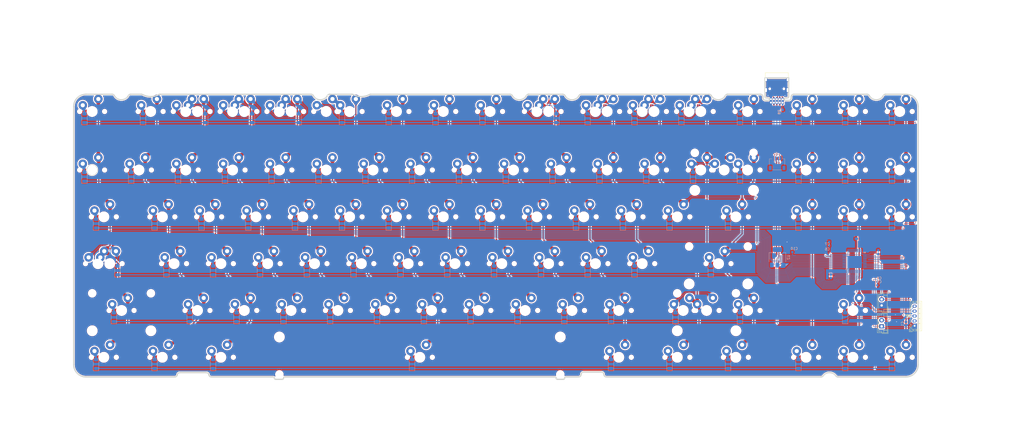
<source format=kicad_pcb>
(kicad_pcb (version 20241007) (generator "pcbnew") (generator_version "8.99")
  (layers (0 "F.Cu" signal) (2 "B.Cu" signal) (13 "F.Paste" user) (15 "B.Paste" user) (5 "F.SilkS" user "F.Silkscreen") (7 "B.SilkS" user "B.Silkscreen") (1 "F.Mask" user) (3 "B.Mask" user) (25 "Edge.Cuts" user))
  (net 0 "")
  (net 1 "+3.3V")
  (net 2 "GND")
  (net 4 "+5V")
  (net 6 "Net-(D1-A)")
  (net 7 "R1")
  (net 8 "Net-(D2-A)")
  (net 9 "Net-(D3-A)")
  (net 10 "Net-(D4-A)")
  (net 11 "Net-(D5-A)")
  (net 12 "Net-(D6-A)")
  (net 13 "Net-(D7-A)")
  (net 14 "Net-(D8-A)")
  (net 15 "Net-(D9-A)")
  (net 16 "Net-(D10-A)")
  (net 17 "Net-(D11-A)")
  (net 18 "Net-(D12-A)")
  (net 19 "Net-(D13-A)")
  (net 20 "Net-(D14-A)")
  (net 21 "Net-(D15-A)")
  (net 22 "Net-(D16-A)")
  (net 23 "Net-(D17-A)")
  (net 24 "Net-(D18-A)")
  (net 25 "R0")
  (net 26 "Net-(D19-A)")
  (net 27 "Net-(D20-A)")
  (net 28 "Net-(D21-A)")
  (net 29 "Net-(D22-A)")
  (net 30 "Net-(D23-A)")
  (net 31 "Net-(D24-A)")
  (net 32 "Net-(D25-A)")
  (net 33 "Net-(D26-A)")
  (net 34 "Net-(D27-A)")
  (net 35 "Net-(D28-A)")
  (net 36 "Net-(D29-A)")
  (net 37 "Net-(D30-A)")
  (net 38 "Net-(D31-A)")
  (net 39 "Net-(D32-A)")
  (net 40 "Net-(D33-A)")
  (net 41 "Net-(D34-A)")
  (net 42 "Net-(D35-A)")
  (net 43 "Net-(D36-A)")
  (net 44 "Net-(D37-A)")
  (net 45 "Net-(D38-A)")
  (net 46 "Net-(D39-A)")
  (net 47 "Net-(D40-A)")
  (net 48 "Net-(D41-A)")
  (net 49 "Net-(D42-A)")
  (net 50 "Net-(D43-A)")
  (net 51 "Net-(D44-A)")
  (net 52 "Net-(D45-A)")
  (net 53 "Net-(D46-A)")
  (net 54 "Net-(D47-A)")
  (net 55 "Net-(D48-A)")
  (net 56 "Net-(D49-A)")
  (net 57 "Net-(D50-A)")
  (net 58 "Net-(D51-A)")
  (net 59 "Net-(D52-A)")
  (net 60 "Net-(D53-A)")
  (net 61 "Net-(D54-A)")
  (net 62 "Net-(D55-A)")
  (net 63 "Net-(D56-A)")
  (net 64 "Net-(D57-A)")
  (net 65 "Net-(D58-A)")
  (net 66 "Net-(D59-A)")
  (net 67 "Net-(D60-A)")
  (net 68 "Net-(D61-A)")
  (net 69 "Net-(D62-A)")
  (net 70 "Net-(D63-A)")
  (net 71 "Net-(D64-A)")
  (net 72 "Net-(D65-A)")
  (net 73 "Net-(D66-A)")
  (net 74 "Net-(D67-A)")
  (net 75 "Net-(D68-A)")
  (net 76 "Net-(D69-A)")
  (net 77 "Net-(D70-A)")
  (net 78 "Net-(D71-A)")
  (net 79 "Net-(D72-A)")
  (net 80 "Net-(D73-A)")
  (net 81 "Net-(D74-A)")
  (net 82 "Net-(D75-A)")
  (net 83 "Net-(D76-A)")
  (net 84 "Net-(D77-A)")
  (net 85 "Net-(D78-A)")
  (net 86 "Net-(D79-A)")
  (net 87 "Net-(D80-A)")
  (net 88 "Net-(D81-A)")
  (net 89 "Net-(D82-A)")
  (net 90 "Net-(D86-A)")
  (net 91 "Net-(D90-A)")
  (net 92 "Net-(D93-A)")
  (net 93 "Net-(D94-A)")
  (net 94 "Net-(D95-A)")
  (net 95 "Net-(D96-A)")
  (net 96 "Net-(D97-A)")
  (net 97 "RST")
  (net 98 "DIO")
  (net 99 "boot")
  (net 100 "C0")
  (net 101 "C1")
  (net 102 "C2")
  (net 103 "C3")
  (net 104 "C4")
  (net 105 "C5")
  (net 106 "C6")
  (net 107 "C7")
  (net 108 "C8")
  (net 109 "C9")
  (net 110 "C10")
  (net 111 "C11")
  (net 112 "C12")
  (net 113 "C13")
  (net 114 "C14")
  (net 115 "C15")
  (net 116 "C16")
  (net 117 "C17")
  (net 119 "D-")
  (net 120 "D+")
  (net 124 "R2")
  (net 125 "CLK")
  (net 128 "R4")
  (net 129 "R5")
  (net 132 "Net-(J3-CC1)")
  (footprint "MX_Only:MXOnly-1U_N" (layer "F.Cu") (at 295.91827 45.974202)
    (property "Reference" "SW35" (hide yes))
    (property "Value" "SW_Push" (hide yes))
  )
  (footprint "Connector_JST:JST_EH_B2B-EH-A_1x02_P2.50mm_Vertical" (layer "F.Cu") (at 307.6 124.9 90)
    (property "Reference" "SWbôtrst1" (hide yes))
    (property "Value" "SW_Push" (hide yes))
  )
  (footprint "MX_Only:MXOnly-1U_N" (layer "F.Cu") (at 205.43077 88.836702)
    (property "Reference" "SW47" (hide yes))
    (property "Value" "SW_Push" (hide yes))
  )
  (footprint "MX_Only:MXOnly-1U_N" (layer "F.Cu") (at 105.41827 126.936702)
    (property "Reference" "SW71" (hide yes))
    (property "Value" "SW_Push" (hide yes))
  )
  (footprint "MX_Only:MXOnly-1U_N" (layer "F.Cu") (at 43.50577 45.974202)
    (property "Reference" "SW2002" (hide yes))
    (property "Value" "SW_Push" (hide yes))
  )
  (footprint "MX_Only:MXOnly-1U_N" (layer "F.Cu") (at 153.04327 107.886702)
    (property "Reference" "SW61" (hide yes))
    (property "Value" "SW_Push" (hide yes))
  )
  (footprint "MX_Only:MXOnly-1U_N" (layer "F.Cu") (at 24.45577 69.786702)
    (property "Reference" "SW3" (hide yes))
    (property "Value" "SW_Push" (hide yes))
  )
  (footprint "MX_Only:MXOnly-1U_N" (layer "F.Cu") (at 214.95577 69.786702)
    (property "Reference" "SW13" (hide yes))
    (property "Value" "SW_Push" (hide yes))
  )
  (footprint "MX_Only:MXOnly-1U_N" (layer "F.Cu") (at 276.86827 145.986702)
    (property "Reference" "SW95" (hide yes))
    (property "Value" "SW_Push" (hide yes))
  )
  (footprint "MX_Only:MXOnly-2.25U_N" (layer "F.Cu") (at -1.66363 126.936702)
    (property "Reference" "SW65" (hide yes))
    (property "Value" "SW_Push" (hide yes))
  )
  (footprint "MX_Only:MXOnly-2.75U_N" (layer "F.Cu") (at 236.38727 126.936702)
    (property "Reference" "SW1000" (hide yes))
    (property "Value" "SW_Push" (hide yes))
  )
  (footprint "MX_Only:MXOnly-1U_N" (layer "F.Cu") (at 314.96827 69.786702)
    (property "Reference" "SW18" (hide yes))
    (property "Value" "SW_Push" (hide yes))
  )
  (footprint "MX_Only:MXOnly-1U_N" (layer "F.Cu") (at 253.05577 126.936702)
    (property "Reference" "SW80" (hide yes))
    (property "Value" "SW_Push" (hide yes))
  )
  (footprint "MX_Only:MXOnly-1U_N" (layer "F.Cu") (at 124.46827 126.936702)
    (property "Reference" "SW72" (hide yes))
    (property "Value" "SW_Push" (hide yes))
  )
  (footprint "MX_Only:MXOnly-2U_N" (layer "F.Cu") (at 243.53077 69.786702)
    (property "Reference" "SW1001" (hide yes))
    (property "Value" "SW_Push" (hide yes))
  )
  (footprint "MX_Only:MXOnly-1U_N" (layer "F.Cu") (at 43.50577 69.786702)
    (property "Reference" "SW4" (hide yes))
    (property "Value" "SW_Push" (hide yes))
  )
  (footprint "MX_Only:MXOnly-1U_N" (layer "F.Cu") (at 172.09327 45.974202)
    (property "Reference" "SW29" (hide yes))
    (property "Value" "SW_Push" (hide yes))
  )
  (footprint "MX_Only:MXOnly-1.5U_N" (layer "F.Cu") (at -8.88123 145.986702)
    (property "Reference" "SW77" (hide yes))
    (property "Value" "SW_Push" (hide yes))
  )
  (footprint "MX_Only:MXOnly-1U_N" (layer "F.Cu") (at 200.66827 126.936702)
    (property "Reference" "SW76" (hide yes))
    (property "Value" "SW_Push" (hide yes))
  )
  (footprint "MX_Only:MXOnly-1U_N" (layer "F.Cu") (at 29.21827 126.936702)
    (property "Reference" "SW66" (hide yes))
    (property "Value" "SW_Push" (hide yes))
  )
  (footprint "MX_Only:MXOnly-1U_N" (layer "F.Cu") (at 186.38077 88.836702)
    (property "Reference" "SW46" (hide yes))
    (property "Value" "SW_Push" (hide yes))
  )
  (footprint "MX_Only:MXOnly-1.5U_N" (layer "F.Cu") (at 248.29377 88.836702)
    (property "Reference" "SW50" (hide yes))
    (property "Value" "SW_Push" (hide yes))
  )
  (footprint "MX_Only:MXOnly-1U_N" (layer "F.Cu") (at 253.05577 45.974202)
    (property "Reference" "SW33" (hide yes))
    (property "Value" "SW_Push" (hide yes))
  )
  (footprint "MX_Only:MXOnly-1U_N" (layer "F.Cu") (at 129.23077 45.974202)
    (property "Reference" "SW27" (hide yes))
    (property "Value" "SW_Push" (hide yes))
  )
  (footprint "MX_Only:MXOnly-1U_N" (layer "F.Cu") (at 276.86827 88.836702)
    (property "Reference" "SW51" (hide yes))
    (property "Value" "SW_Push" (hide yes))
  )
  (footprint "MX_Only:MXOnly-7U-ReversedStabilizers_N" (layer "F.Cu") (at 119.70577 145.986702)
    (property "Reference" "SW86" (hide yes))
    (property "Value" "SW_Push" (hide yes))
  )
  (footprint "MX_Only:MXOnly-1.25U_N" (layer "F.Cu") (at -11.26323 107.886702)
    (property "Reference" "SW1002" (hide yes))
    (property "Value" "SW_Push" (hide yes))
  )
  (footprint "MX_Only:MXOnly-1U_N" (layer "F.Cu") (at 119.70577 69.786702)
    (property "Reference" "SW8" (hide yes))
    (property "Value" "SW_Push" (hide yes))
  )
  (footprint "MX_Only:MXOnly-1U_N" (layer "F.Cu") (at 67.31827 126.936702)
    (property "Reference" "SW69" (hide yes))
    (property "Value" "SW_Push" (hide yes))
  )
  (footprint "MX_Only:MXOnly-1U_N" (layer "F.Cu") (at 110.18077 45.974202)
    (property "Reference" "SW26" (hide yes))
    (property "Value" "SW_Push" (hide yes))
  )
  (footprint "MX_Only:MXOnly-1U_N" (layer "F.Cu") (at 72.08077 88.836702)
    (property "Reference" "SW40" (hide yes))
    (property "Value" "SW_Push" (hide yes))
  )
  (footprint "MX_Only:MXOnly-1.75U_N" (layer "F.Cu") (at 226.86227 126.936702)
    (property "Reference" "SW79" (hide yes))
    (property "Value" "SW_Push" (hide yes))
  )
  (footprint "MX_Only:MXOnly-1U_N" (layer "F.Cu") (at 33.98077 88.836702)
    (property "Reference" "SW38" (hide yes))
    (property "Value" "SW_Push" (hide yes))
  )
  (footprint "MX_Only:MXOnly-1U_N" (layer "F.Cu") (at 91.13077 88.836702)
    (property "Reference" "SW41" (hide yes))
    (property "Value" "SW_Push" (hide yes))
  )
  (footprint "MX_Only:MXOnly-1U_N" (layer "F.Cu") (at 295.91827 126.936702)
    (property "Reference" "SW82" (hide yes))
    (property "Value" "SW_Push" (hide yes))
  )
  (footprint "MX_Only:MXOnly-1U_N" (layer "F.Cu") (at 276.86827 69.786702)
    (property "Reference" "SW16" (hide yes))
    (property "Value" "SW_Push" (hide yes))
  )
  (footprint "Button_Switch_SMD:jumper" (layer "F.Cu") (at 266.15 42.875)
    (property "Reference" "REF**" (hide yes))
    (property "Value" "jumper" (hide yes))
  )
  (footprint "MX_Only:MXOnly-1U_N" (layer "F.Cu") (at 38.74327 107.886702)
    (property "Reference" "SW55" (hide yes))
    (property "Value" "SW_Push" (hide yes))
  )
  (footprint "MX_Only:MXOnly-1U_N" (layer "F.Cu") (at 167.33077 88.836702)
    (property "Reference" "SW45" (hide yes))
    (property "Value" "SW_Push" (hide yes))
  )
  (footprint "MX_Only:MXOnly-1U_N" (layer "F.Cu") (at 210.19327 45.974202)
    (property "Reference" "SW31" (hide yes))
    (property "Value" "SW_Push" (hide yes))
  )
  (footprint "Button_Switch_SMD:jumper" (layer "F.Cu") (at 262.55 42.85)
    (property "Reference" "REF**" (hide yes))
    (property "Value" "jumper" (hide yes))
  )
  (footprint "MX_Only:MXOnly-1U_N" (layer "F.Cu") (at 81.60577 45.974202)
    (property "Reference" "SW2004" (hide yes))
    (property "Value" "SW_Push" (hide yes))
  )
  (footprint "MX_Only:MXOnly-1U_N" (layer "F.Cu") (at 53.03077 88.836702)
    (property "Reference" "SW39" (hide yes))
    (property "Value" "SW_Push" (hide yes))
  )
  (footprint "MX_Only:MXOnly-1U_N" (layer "F.Cu") (at 24.45577 45.974202)
    (property "Reference" "SW2001" (hide yes))
    (property "Value" "SW_Push" (hide yes))
  )
  (footprint "MX_Only:MXOnly-1U_N" (layer "F.Cu") (at 191.14327 107.886702)
    (property "Reference" "SW63" (hide yes))
    (property "Value" "SW_Push" (hide yes))
  )
  (footprint "MX_Only:MXOnly-1U_N" (layer "F.Cu") (at 148.28077 45.974202)
    (property "Reference" "SW28" (hide yes))
    (property "Value" "SW_Push" (hide yes))
  )
  (footprint "Button_Switch_SMD:jumper" (layer "F.Cu") (at 264.95 42.84)
    (property "Reference" "REF**" (hide yes))
    (property "Value" "jumper" (hide yes))
  )
  (footprint "Button_Switch_SMD:jumper" (layer "F.Cu") (at 267.34 42.895)
    (property "Reference" "REF**" (hide yes))
    (property "Value" "jumper" (hide yes))
  )
  (footprint "MX_Only:MXOnly-1U_N" (layer "F.Cu") (at -13.64423 69.786702)
    (property "Reference" "SW1" (hide yes))
    (property "Value" "SW_Push" (hide yes))
  )
  (footprint "MX_Only:MXOnly-1U_N" (layer "F.Cu") (at 14.93077 88.836702)
    (property "Reference" "SW37" (hide yes))
    (property "Value" "SW_Push" (hide yes))
  )
  (footprint "MX_Only:MXOnly-1U_N" (layer "F.Cu") (at 48.26827 126.936702)
    (property "Reference" "SW68" (hide yes))
    (property "Value" "SW_Push" (hide yes))
  )
  (footprint "MX_Only:MXOnly-1.5U_N" (layer "F.Cu") (at -8.88123 88.836702)
    (property "Reference" "SW24" (hide yes))
    (property "Value" "SW_Push" (hide yes))
  )
  (footprint "MX_Only:MXOnly-1U_N" (layer "F.Cu") (at 138.75577 69.786702)
    (property "Reference" "SW9" (hide yes))
    (property "Value" "SW_Push" (hide yes))
  )
  (footprint "Connector_JST:JST_PH_B5B-PH-K_1x05_P2.00mm_Vertical" (layer "F.Cu") (at 321 133.2 90)
    (property "Reference" "J6")
    (property "Value" "Conn_01x05_Socket" (hide yes))
  )
  (footprint "MX_Only:MXOnly-1.75U_N" (layer "F.Cu") (at -6.50023 107.886702)
    (property "Reference" "SW49" (hide yes))
    (property "Value" "SW_Push" (hide yes))
  )
  (footprint "MX_Only:MXOnly-1U_N" (layer "F.Cu") (at 162.56827 126.936702)
    (property "Reference" "SW74" (hide yes))
    (property "Value" "SW_Push" (hide yes))
  )
  (footprint "MX_Only:MXOnly-1U_N" (layer "F.Cu") (at 167.33077 45.974202)
    (property "Reference" "SW2008" (hide yes))
    (property "Value" "SW_Push" (hide yes))
  )
  (footprint "MX_Only:MXOnly-1U_N" (layer "F.Cu") (at 210.19327 107.886702)
    (property "Reference" "SW64" (hide yes))
    (property "Value" "SW_Push" (hide yes))
  )
  (footprint "MX_Only:MXOnly-1U_N" (layer "F.Cu") (at 67.31827 45.974202)
    (property "Reference" "SW23" (hide yes))
    (property "Value" "SW_Push" (hide yes))
  )
  (footprint "MX_Only:MXOnly-1U_N" (layer "F.Cu") (at 157.80577 69.786702)
    (property "Reference" "SW10" (hide yes))
    (property "Value" "SW_Push" (hide yes))
  )
  (footprint "MX_Only:MXOnly-1U_N" (layer "F.Cu") (at 295.91827 69.786702)
    (property "Reference" "SW17" (hide yes))
    (property "Value" "SW_Push" (hide yes))
  )
  (footprint "MX_Only:MXOnly-1U_N" (layer "F.Cu") (at 314.96827 145.986702)
    (property "Reference" "SW97" (hide yes))
    (property "Value" "SW_Push" (hide yes))
  )
  (footprint "MX_Only:MXOnly-1U_N" (layer "F.Cu") (at 224.48077 88.836702)
    (property "Reference" "SW48" (hide yes))
    (property "Value" "SW_Push" (hide yes))
  )
  (footprint "MX_Only:MXOnly-1U_N" (layer "F.Cu") (at 110.18077 88.836702)
    (property "Reference" "SW42" (hide yes))
    (property "Value" "SW_Push" (hide yes))
  )
  (footprint "MX_Only:MXOnly-1U_N" (layer "F.Cu") (at 195.90577 69.786702)
    (property "Reference" "SW12" (hide yes))
    (property "Value" "SW_Push" (hide yes))
  )
  (footprint "MX_Only:MXOnly-1U_N" (layer "F.Cu") (at 86.36827 126.936702)
    (property "Reference" "SW70" (hide yes))
    (property "Value" "SW_Push" (hide yes))
  )
  (footprint "MX_Only:MXOnly-1U_N" (layer "F.Cu") (at 76.84327 107.886702)
    (property "Reference" "SW57" (hide yes))
    (property "Value" "SW_Push" (hide yes))
  )
  (footprint "MX_Only:MXOnly-1U_N" (layer "F.Cu") (at 29.21827 45.974202)
    (property "Reference" "SW21" (hide yes))
    (property "Value" "SW_Push" (hide yes))
  )
  (footprint "MX_Only:MXOnly-1U_N" (layer "F.Cu") (at 295.91827 145.986702)
    (property "Reference" "SW96" (hide yes))
    (property "Value" "SW_Push" (hide yes))
  )
  (footprint "MX_Only:MXOnly-1U_N" (layer "F.Cu") (at 10.16827 45.974202)
    (property "Reference" "SW20" (hide yes))
    (property "Value" "SW_Push" (hide yes))
  )
  (footprint "MX_Only:MXOnly-1U_N" (layer "F.Cu") (at 195.90577 45.974202)
    (property "Reference" "SW2009" (hide yes))
    (property "Value" "SW_Push" (hide yes))
  )
  (footprint "MX_Only:MXOnly-1U_N" (layer "F.Cu") (at 91.13077 45.974202)
    (property "Reference" "SW25" (hide yes))
    (property "Value" "SW_Push" (hide yes))
  )
  (footprint "MX_Only:MXOnly-1U_N" (layer "F.Cu") (at 229.24327 45.974202)
    (property "Reference" "SW32" (hide yes))
    (property "Value" "SW_Push" (hide yes))
  )
  (footprint "MX_Only:MXOnly-2.25U_N" (layer "F.Cu") (at 241.22387 107.886702)
    (property "Reference" "SW67" (hide yes))
    (property "Value" "SW_Push" (hide yes))
  )
  (footprint "Connector_JST:JST_EH_B2B-EH-A_1x02_P2.50mm_Vertical" (layer "F.Cu") (at 307.6 133.4 90)
    (property "Reference" "SWbôt1" (hide yes))
    (property "Value" "SW_Push" (hide yes))
  )
  (footprint "MX_Only:MXOnly-1U_N" (layer "F.Cu") (at -13.64423 45.974202)
    (property "Reference" "SW19" (hide yes))
    (property "Value" "SW_Push" (hide yes))
  )
  (footprint "MX_Only:MXOnly-1U_N" (layer "F.Cu") (at 62.55577 45.974202)
    (property "Reference" "SW2003" (hide yes))
    (property "Value" "SW_Push" (hide yes))
  )
  (footprint "Connector_USB:USB_C_Receptacle_HRO_TYPE-C-31-M-12" (layer "F.Cu") (at 264.9625 34.1375 180)
    (property "Reference" "J3" (hide yes))
    (property "Value" "USB_C_Receptacle_USB2.0_14P")
  )
  (footprint "MX_Only:MXOnly-1U_N" (layer "F.Cu") (at 143.51827 126.936702)
    (property "Reference" "SW73" (hide yes))
    (property "Value" "SW_Push" (hide yes))
  )
  (footprint "MX_Only:MXOnly-1U_N" (layer "F.Cu") (at 172.09327 107.886702)
    (property "Reference" "SW62" (hide yes))
    (property "Value" "SW_Push" (hide yes))
  )
  (footprint "MX_Only:MXOnly-1U_N" (layer "F.Cu") (at 181.61827 126.936702)
    (property "Reference" "SW75" (hide yes))
    (property "Value" "SW_Push" (hide yes))
  )
  (footprint "Button_Switch_SMD:jumper" (layer "F.Cu") (at 263.75 42.885)
    (property "Reference" "REF**" (hide yes))
    (property "Value" "jumper" (hide yes))
  )
  (footprint "MX_Only:MXOnly-1U_N" (layer "F.Cu") (at 114.94327 107.886702)
    (property "Reference" "SW59" (hide yes))
    (property "Value" "SW_Push" (hide yes))
  )
  (footprint "MX_Only:MXOnly-1U_N" (layer "F.Cu") (at 295.91827 88.836702)
    (property "Reference" "SW52" (hide yes))
    (property "Value" "SW_Push" (hide yes))
  )
  (footprint "MX_Only:MXOnly-1U_N" (layer "F.Cu") (at 57.79327 107.886702)
    (property "Reference" "SW56" (hide yes))
    (property "Value" "SW_Push" (hide yes))
  )
  (footprint "MX_Only:MXOnly-1.5U_N" (layer "F.Cu") (at 38.74377 145.986702)
    (property "Reference" "SW81" (hide yes))
    (property "Value" "SW_Push" (hide yes))
  )
  (footprint "MX_Only:MXOnly-1U_N" (layer "F.Cu") (at 148.28077 88.836702)
    (property "Reference" "SW44" (hide yes))
    (property "Value" "SW_Push" (hide yes))
  )
  (footprint "MX_Only:MXOnly-1U_N" (layer "F.Cu") (at 176.85577 69.786702)
    (property "Reference" "SW11" (hide yes))
    (property "Value" "SW_Push" (hide yes))
  )
  (footprint "MX_Only:MXOnly-1U_N" (layer "F.Cu") (at 95.89327 107.886702)
    (property "Reference" "SW58" (hide yes))
    (property "Value" "SW_Push" (hide yes))
  )
  (footprint "MX_Only:MXOnly-1U_N" (layer "F.Cu") (at 48.26827 45.974202)
    (property "Reference" "SW22" (hide yes))
    (property "Value" "SW_Push" (hide yes))
  )
  (footprint "MX_Only:MXOnly-1U_N" (layer "F.Cu") (at 214.95577 45.974202)
    (property "Reference" "SW2010" (hide yes))
    (property "Value" "SW_Push" (hide yes))
  )
  (footprint "MX_Only:MXOnly-1U_N" (layer "F.Cu") (at 100.65577 69.786702)
    (property "Reference" "SW7" (hide yes))
    (property "Value" "SW_Push" (hide yes))
  )
  (footprint "MX_Only:MXOnly-1U_N" (layer "F.Cu") (at 314.96827 45.974202)
    (property "Reference" "SW36" (hide yes))
    (property "Value" "SW_Push" (hide yes))
  )
  (footprint "MX_Only:MXOnly-1U_N" (layer "F.Cu") (at 5.40577 69.786702)
    (property "Reference" "SW2" (hide yes))
    (property "Value" "SW_Push" (hide yes))
  )
  (footprint "MX_Only:MXOnly-1U_N" (layer "F.Cu") (at 62.55577 69.786702)
    (property "Reference" "SW5" (hide yes))
    (property "Value" "SW_Push" (hide yes))
  )
  (footprint "MX_Only:MXOnly-1.5U_N" (layer "F.Cu") (at 248.29377 145.986702)
    (property "Reference" "SW94" (hide yes))
    (property "Value" "SW_Push" (hide yes))
  )
  (footprint "MX_Only:MXOnly-1U_N" (layer "F.Cu") (at 253.05577 69.786702)
    (property "Reference" "SW15" (hide yes))
    (property "Value" "SW_Push" (hide yes))
  )
  (footprint "MX_Only:MXOnly-1U_N" (layer "F.Cu") (at 129.23077 88.836702)
    (property "Reference" "SW43" (hide yes))
    (property "Value" "SW_Push" (hide yes))
  )
  (footprint "MX_Only:MXOnly-1U_N" (layer "F.Cu") (at 314.96827 88.836702)
    (property "Reference" "SW53" (hide yes))
    (property "Value" "SW_Push" (hide yes))
  )
  (footprint "MX_Only:MXOnly-1U_N" (layer "F.Cu") (at 191.14327 45.974202)
    (property "Reference" "SW30" (hide yes))
    (property "Value" "SW_Push" (hide yes))
  )
  (footprint "MX_Only:MXOnly-1U_N" (layer "F.Cu") (at 234.00577 69.786702)
    (property "Reference" "SW14" (hide yes))
    (property "Value" "SW_Push" (hide yes))
  )
  (footprint "MX_Only:MXOnly-1U_N" (layer "F.Cu") (at 14.93077 145.986702)
    (property "Reference" "SW78" (hide yes))
    (property "Value" "SW_Push" (hide yes))
  )
  (footprint "MX_Only:MXOnly-1U_N" (layer "F.Cu") (at 276.86827 45.974202)
    (property "Reference" "SW34" (hide yes))
    (property "Value" "SW_Push" (hide yes))
  )
  (footprint "MX_Only:MXOnly-1.5U_N" (layer "F.Cu") (at 200.66877 145.986702)
    (property "Reference" "SW90" (hide yes))
    (property "Value" "SW_Push" (hide yes))
  )
  (footprint "MX_Only:MXOnly-1U_N" (layer "F.Cu") (at 224.48077 145.986702)
    (property "Reference" "SW93" (hide yes))
    (property "Value" "SW_Push" (hide yes))
  )
  (footprint "MX_Only:MXOnly-1U_N" (layer "F.Cu") (at 234.00577 45.974202)
    (property "Reference" "SW2011" (hide yes))
    (property "Value" "SW_Push" (hide yes))
  )
  (footprint "MX_Only:MXOnly-1U_N" (layer "F.Cu") (at 133.99327 107.886702)
    (property "Reference" "SW60" (hide yes))
    (property "Value" "SW_Push" (hide yes))
  )
  (footprint "MX_Only:MXOnly-1U_N" (layer "F.Cu") (at 19.69327 107.886702)
    (property "Reference" "SW54" (hide yes))
    (property "Value" "SW_Push" (hide yes))
  )
  (footprint "MX_Only:MXOnly-1U_N" (layer "F.Cu") (at 81.60577 69.786702)
    (property "Reference" "SW6" (hide yes))
    (property "Value" "SW_Push" (hide yes))
  )
  (footprint "Diode_SMD:D_MiniMELF" (layer "B.Cu") (at 35.60127 148.756702 90)
    (property "Reference" "D81" (hide yes))
    (property "Value" "D_Small")
  )
  (footprint "Resistor_SMD:R_0805_2012Metric" (layer "B.Cu") (at 297.3 96.8125 90)
    (property "Reference" "R1" (hide yes))
    (property "Value" "R_Small" (hide yes))
  )
  (footprint "Diode_SMD:D_MiniMELF" (layer "B.Cu") (at 249.91327 48.744202 90)
    (property "Reference" "D33" (hide yes))
    (property "Value" "D_Small")
  )
  (footprint "Diode_SMD:D_MiniMELF" (layer "B.Cu") (at -16.78673 72.556702 90)
    (property "Reference" "D1" (hide yes))
    (property "Value" "D_Small")
  )
  (footprint "Diode_SMD:D_MiniMELF" (layer "B.Cu") (at 26.07577 129.706702 90)
    (property "Reference" "D66" (hide yes))
    (property "Value" "D_Small")
  )
  (footprint "Diode_SMD:D_MiniMELF" (layer "B.Cu") (at 192.76327 72.556702 90)
    (property "Reference" "D12" (hide yes))
    (property "Value" "D_Small")
  )
  (footprint "Diode_SMD:D_MiniMELF" (layer "B.Cu") (at 111.80077 110.656702 90)
    (property "Reference" "D59" (hide yes))
    (property "Value" "D_Small")
  )
  (footprint "Connector_JST:JST_SH_SM04B-SRSS-TB_1x04-1MP_P1.00mm_Horizontal" (layer "B.Cu") (at 265.05473 67.064225 180)
    (property "Reference" "J5")
    (property "Value" "Conn_01x04_Pin")
  )
  (footprint "Diode_SMD:D_MiniMELF" (layer "B.Cu") (at 51.4625 48.735 90)
    (property "Reference" "D22" (hide yes))
    (property "Value" "D_Small")
  )
  (footprint "Capacitor_SMD:C_0603_1608Metric" (layer "B.Cu") (at 306.625 116.7 180)
    (property "Reference" "C9")
    (property "Value" "100nF")
  )
  (footprint "Diode_SMD:D_MiniMELF" (layer "B.Cu") (at 87.98827 48.744202 90)
    (property "Reference" "D25" (hide yes))
    (property "Value" "D_Small")
  )
  (footprint "Diode_SMD:D_MiniMELF" (layer "B.Cu") (at 221.33827 91.606702 90)
    (property "Reference" "D48" (hide yes))
    (property "Value" "D_Small")
  )
  (footprint "Diode_SMD:D_MiniMELF" (layer "B.Cu") (at 249.91327 129.706702 90)
    (property "Reference" "D80" (hide yes))
    (property "Value" "D_Small")
  )
  (footprint "Diode_SMD:D_MiniMELF" (layer "B.Cu") (at 126.08827 91.606702 90)
    (property "Reference" "D43" (hide yes))
    (property "Value" "D_Small")
  )
  (footprint "Diode_SMD:D_MiniMELF" (layer "B.Cu") (at 311.82577 48.744202 90)
    (property "Reference" "D36" (hide yes))
    (property "Value" "D_Small")
  )
  (footprint "Diode_SMD:D_MiniMELF" (layer "B.Cu") (at 197.52577 129.706702 90)
    (property "Reference" "D76" (hide yes))
    (property "Value" "D_Small")
  )
  (footprint "Diode_SMD:D_MiniMELF" (layer "B.Cu") (at 238.08137 110.656702 90)
    (property "Reference" "D67" (hide yes))
    (property "Value" "D_Small")
  )
  (footprint "Diode_SMD:D_MiniMELF" (layer "B.Cu") (at 159.42577 129.706702 90)
    (property "Reference" "D74" (hide yes))
    (property "Value" "D_Small")
  )
  (footprint "Diode_SMD:D_MiniMELF" (layer "B.Cu") (at 107.03827 91.606702 90)
    (property "Reference" "D42" (hide yes))
    (property "Value" "D_Small")
  )
  (footprint "Diode_SMD:D_MiniMELF" (layer "B.Cu") (at 83.22577 129.706702 90)
    (property "Reference" "D70" (hide yes))
    (property "Value" "D_Small")
  )
  (footprint "Diode_SMD:D_MiniMELF" (layer "B.Cu") (at 116.57327 148.744202 90)
    (property "Reference" "D86" (hide yes))
    (property "Value" "D_Small")
  )
  (footprint "Diode_SMD:D_MiniMELF" (layer "B.Cu") (at 173.71327 72.556702 90)
    (property "Reference" "D11" (hide yes))
    (property "Value" "D_Small")
  )
  (footprint "Diode_SMD:D_MiniMELF" (layer "B.Cu") (at 92.75077 110.656702 90)
    (property "Reference" "D58" (hide yes))
    (property "Value" "D_Small")
  )
  (footprint "Diode_SMD:D_MiniMELF" (layer "B.Cu") (at 11.78827 91.606702 90)
    (property "Reference" "D37" (hide yes))
    (property "Value" "D_Small")
  )
  (footprint "Diode_SMD:D_MiniMELF" (layer "B.Cu") (at 45.12577 129.706702 90)
    (property "Reference" "D68" (hide yes))
    (property "Value" "D_Small")
  )
  (footprint "Diode_SMD:D_MiniMELF" (layer "B.Cu") (at 311.82577 91.606702 90)
    (property "Reference" "D53" (hide yes))
    (property "Value" "D_Small")
  )
  (footprint "Diode_SMD:D_MiniMELF" (layer "B.Cu") (at 135.61327 72.556702 90)
    (property "Reference" "D9" (hide yes))
    (property "Value" "D_Small")
  )
  (footprint "Diode_SMD:D_MiniMELF" (layer "B.Cu") (at 54.65077 110.656702 90)
    (property "Reference" "D56" (hide yes))
    (property "Value" "D_Small")
  )
  (footprint "Diode_SMD:D_MiniMELF" (layer "B.Cu") (at 249.91327 72.556702 90)
    (property "Reference" "D15" (hide yes))
    (property "Value" "D_Small")
  )
  (footprint "Diode_SMD:D_MiniMELF" (layer "B.Cu") (at -3.3175 110.6775 90)
    (property "Reference" "D49" (hide yes))
    (property "Value" "D_Small")
  )
  (footprint "Diode_SMD:D_MiniMELF" (layer "B.Cu") (at 2.26327 72.556702 90)
    (property "Reference" "D2" (hide yes))
    (property "Value" "D_Small")
  )
  (footprint "Capacitor_SMD:C_0603_1608Metric" (layer "B.Cu") (at 286.175 112.3)
    (property "Reference" "C5" (hide yes))
    (property "Value" "4.7uF")
  )
  (footprint "Diode_SMD:D_MiniMELF" (layer "B.Cu") (at 168.95077 110.656702 90)
    (property "Reference" "D62" (hide yes))
    (property "Value" "D_Small")
  )
  (footprint "Diode_SMD:D_MiniMELF" (layer "B.Cu") (at 311.82577 72.556702 90)
    (property "Reference" "D18" (hide yes))
    (property "Value" "D_Small")
  )
  (footprint "Diode_SMD:D_MiniMELF" (layer "B.Cu") (at 68.93827 91.606702 90)
    (property "Reference" "D40" (hide yes))
    (property "Value" "D_Small")
  )
  (footprint "Diode_SMD:D_MiniMELF" (layer "B.Cu") (at 292.77577 72.556702 90)
    (property "Reference" "D17" (hide yes))
    (property "Value" "D_Small")
  )
  (footprint "Diode_SMD:D_MiniMELF" (layer "B.Cu") (at 292.77577 91.606702 90)
    (property "Reference" "D52" (hide yes))
    (property "Value" "D_Small")
  )
  (footprint "Diode_SMD:D_MiniMELF" (layer "B.Cu") (at 197.52627 148.756702 90)
    (property "Reference" "D90" (hide yes))
    (property "Value" "D_Small")
  )
  (footprint "Diode_SMD:D_MiniMELF" (layer "B.Cu") (at 16.55077 110.656702 90)
    (property "Reference" "D54" (hide yes))
    (property "Value" "D_Small")
  )
  (footprint "Diode_SMD:D_MiniMELF" (layer "B.Cu") (at 175.2825 48.7275 90)
    (property "Reference" "D29" (hide yes))
    (property "Value" "D_Small")
  )
  (footprint "Capacitor_SMD:C_0603_1608Metric" (layer "B.Cu") (at 272.04 103.17 180)
    (property "Reference" "C10")
    (property "Value" "4.7uF")
  )
  (footprint "Diode_SMD:D_MiniMELF" (layer "B.Cu") (at 245.15127 148.756702 90)
    (property "Reference" "D94" (hide yes))
    (property "Value" "D_Small")
  )
  (footprint "Diode_SMD:D_MiniMELF" (layer "B.Cu") (at 154.66327 72.556702 90)
    (property "Reference" "D10" (hide yes))
    (property "Value" "D_Small")
  )
  (footprint "Diode_SMD:D_MiniMELF" (layer "B.Cu") (at -16.78673 48.744202 90)
    (property "Reference" "D19" (hide yes))
    (property "Value" "D_Small")
  )
  (footprint "Diode_SMD:D_MiniMELF" (layer "B.Cu") (at 78.46327 72.556702 90)
    (property "Reference" "D6" (hide yes))
    (property "Value" "D_Small")
  )
  (footprint "Diode_SMD:D_MiniMELF" (layer "B.Cu") (at 107.03827 48.744202 90)
    (property "Reference" "D26" (hide yes))
    (property "Value" "D_Small")
  )
  (footprint "Diode_SMD:D_MiniMELF" (layer "B.Cu") (at 211.81327 72.556702 90)
    (property "Reference" "D13" (hide yes))
    (property "Value" "D_Small")
  )
  (footprint "Diode_SMD:D_MiniMELF" (layer "B.Cu") (at 145.13827 91.606702 90)
    (property "Reference" "D44" (hide yes))
    (property "Value" "D_Small")
  )
  (footprint "Diode_SMD:D_MiniMELF" (layer "B.Cu") (at 116.56327 72.556702 90)
    (property "Reference" "D8" (hide yes))
    (property "Value" "D_Small")
  )
  (footprint "Diode_SMD:D_MiniMELF" (layer "B.Cu") (at -4.80613 129.706702 90)
    (property "Reference" "D65" (hide yes))
    (property "Value" "D_Small")
  )
  (footprint "Capacitor_SMD:C_0603_1608Metric" (layer "B.Cu") (at 306.6125 115.24 180)
    (property "Reference" "C8")
    (property "Value" "4.7uF")
  )
  (footprint "Diode_SMD:D_MiniMELF" (layer "B.Cu") (at 121.32577 129.706702 90)
    (property "Reference" "D72" (hide yes))
    (property "Value" "D_Small")
  )
  (footprint "Diode_SMD:D_MiniMELF" (layer "B.Cu") (at 207.05077 110.656702 90)
    (property "Reference" "D64" (hide yes))
    (property "Value" "D_Small")
  )
  (footprint "Diode_SMD:D_MiniMELF" (layer "B.Cu") (at 223.71977 129.706702 90)
    (property "Reference" "D79" (hide yes))
    (property "Value" "D_Small")
  )
  (footprint "Diode_SMD:D_MiniMELF" (layer "B.Cu") (at 21.31327 72.556702 90)
    (property "Reference" "D3" (hide yes))
    (property "Value" "D_Small")
  )
  (footprint "Diode_SMD:D_MiniMELF" (layer "B.Cu") (at 149.90077 110.656702 90)
    (property "Reference" "D61" (hide yes))
    (property "Value" "D_Small")
  )
  (footprint "Diode_SMD:D_MiniMELF" (layer "B.Cu") (at 35.60077 110.656702 90)
    (property "Reference" "D55" (hide yes))
    (property "Value" "D_Small")
  )
  (footprint "Diode_SMD:D_MiniMELF" (layer "B.Cu") (at 97.51327 72.556702 90)
    (property "Reference" "D7" (hide yes))
    (property "Value" "D_Small")
  )
  (footprint "Diode_SMD:D_MiniMELF" (layer "B.Cu") (at -12.02373 91.606702 90)
    (property "Reference" "D24" (hide yes))
    (property "Value" "D_Small")
  )
  (footprint "Diode_SMD:D_MiniMELF" (layer "B.Cu") (at 102.27577 129.706702 90)
    (property "Reference" "D71" (hide yes))
    (property "Value" "D_Small")
  )
  (footprint "Diode_SMD:D_MiniMELF" (layer "B.Cu") (at 70.4325 48.7375 90)
    (property "Reference" "D23" (hide yes))
    (property "Value" "D_Small")
  )
  (footprint "Diode_SMD:D_MiniMELF" (layer "B.Cu") (at 59.41327 72.556702 90)
    (property "Reference" "D5" (hide yes))
    (property "Value" "D_Small")
  )
  (footprint "Diode_SMD:D_MiniMELF" (layer "B.Cu") (at 126.08827 48.744202 90)
    (property "Reference" "D27" (hide yes))
    (property "Value" "D_Small")
  )
  (footprint "Diode_SMD:D_MiniMELF" (layer "B.Cu") (at 178.47577 129.706702 90)
    (property "Reference" "D75" (hide yes))
    (property "Value" "D_Small")
  )
  (footprint "Diode_SMD:D_MiniMELF" (layer "B.Cu") (at 73.70077 110.656702 90)
    (property "Reference" "D57" (hide yes))
    (property "Value" "D_Small")
  )
  (footprint "Diode_SMD:D_MiniMELF" (layer "B.Cu") (at 11.78827 148.756702 90)
    (property "Reference" "D78" (hide yes))
    (property "Value" "D_Small")
  )
  (footprint "Diode_SMD:D_MiniMELF" (layer "B.Cu") (at 221.33827 148.756702 90)
    (property "Reference" "D93" (hide yes))
    (property "Value" "D_Small")
  )
  (footprint "Diode_SMD:D_MiniMELF" (layer "B.Cu") (at 130.85077 110.656702 90)
    (property "Reference" "D60" (hide yes))
    (property "Value" "D_Small")
  )
  (footprint "Diode_SMD:D_MiniMELF" (layer "B.Cu") (at 273.72577 148.756702 90)
    (property "Reference" "D95" (hide yes))
    (property "Value" "D_Small")
  )
  (footprint "Diode_SMD:D_MiniMELF" (layer "B.Cu") (at 292.77577 148.756702 90)
    (property "Reference" "D96" (hide yes))
    (property "Value" "D_Small")
  )
  (footprint "Diode_SMD:D_MiniMELF" (layer "B.Cu") (at 87.98827 91.606702 90)
    (property "Reference" "D41" (hide yes))
    (property "Value" "D_Small")
  )
  (footprint "Diode_SMD:D_MiniMELF" (layer "B.Cu") (at -12.02373 148.756702 90)
    (property "Reference" "D77" (hide yes))
    (property "Value" "D_Small")
  )
  (footprint "Diode_SMD:D_MiniMELF" (layer "B.Cu") (at 49.88827 91.606702 90)
    (property "Reference" "D39" (hide yes))
    (property "Value" "D_Small")
  )
  (footprint "Diode_SMD:D_MiniMELF" (layer "B.Cu") (at 30.83827 91.606702 90)
    (property "Reference" "D38" (hide yes))
    (property "Value" "D_Small")
  )
  (footprint "Diode_SMD:D_MiniMELF" (layer "B.Cu") (at 40.36327 72.556702 90)
    (property "Reference" "D4" (hide yes))
    (property "Value" "D_Small")
  )
  (footprint "Diode_SMD:D_MiniMELF" (layer "B.Cu") (at 230.86327 72.556702 90)
    (property "Reference" "D14" (hide yes))
    (property "Value" "D_Small")
  )
  (footprint "Diode_SMD:D_MiniMELF" (layer "B.Cu") (at 32.4025 48.744202 90)
    (property "Reference" "D21" (hide yes))
    (property "Value" "D_Small")
  )
  (footprint "Package_TO_SOT_SMD:SOT-223-3_TabPin2" (layer "B.Cu") (at 265.2 105.3 90)
    (property "Reference" "U2")
    (property "Value" "AMS1117")
  )
  (footprint "Diode_SMD:D_MiniMELF" (layer "B.Cu") (at 64.17577 129.706702 90)
    (property "Reference" "D69" (hide yes))
    (property "Value" "D_Small")
  )
  (footprint "Diode_SMD:D_MiniMELF" (layer "B.Cu") (at 273.72577 72.556702 90)
    (property "Reference" "D16" (hide yes))
    (property "Value" "D_Small")
  )
  (footprint "Diode_SMD:D_MiniMELF" (layer "B.Cu") (at 164.18827 91.606702 90)
    (property "Reference" "D45" (hide yes))
    (property "Value" "D_Small")
  )
  (footprint "Diode_SMD:D_MiniMELF" (layer "B.Cu") (at 273.72577 91.606702 90)
    (property "Reference" "D51" (hide yes))
    (property "Value" "D_Small")
  )
  (footprint "Diode_SMD:D_MiniMELF" (layer "B.Cu") (at 188.00077 48.744202 90)
    (property "Reference" "D30" (hide yes))
    (property "Value" "D_Small")
  )
  (footprint "Diode_SMD:D_MiniMELF" (layer "B.Cu") (at 140.37577 129.706702 90)
    (property "Reference" "D73" (hide yes))
    (property "Value" "D_Small")
  )
  (footprint "Diode_SMD:D_MiniMELF" (layer "B.Cu") (at 311.82577 148.756702 90)
    (property "Reference" "D97" (hide yes))
    (property "Value" "D_Small")
  )
  (footprint "Package_QFP:LQFP-48_7x7mm_P0.5mm" (layer "B.Cu") (at 296.6 106.8 180)
    (property "Reference" "U3" (hide yes))
    (property "Value" "STM32F072-LQFP48")
  )
  (footprint "Capacitor_SMD:C_0603_1608Metric" (layer "B.Cu") (at 285.475 99)
    (property "Reference" "C7")
    (property "Value" "100nF")
  )
  (footprint "Diode_SMD:D_MiniMELF" (layer "B.Cu") (at 183.23827 91.606702 90)
    (property "Reference" "D46" (hide yes))
    (property "Value" "D_Small")
  )
  (footprint "Resistor_SMD:R_0603_1608Metric" (layer "B.Cu") (at 267.3925 46.2125 -90)
    (property "Reference" "R8")
    (property "Value" "5.6K")
  )
  (footprint "Diode_SMD:D_MiniMELF" (layer "B.Cu") (at 188.00077 110.656702 90)
    (property "Reference" "D63" (hide yes))
    (property "Value" "D_Small")
  )
  (footprint "Diode_SMD:D_MiniMELF" (layer "B.Cu") (at 202.28827 91.606702 90)
    (property "Reference" "D47" (hide yes))
    (property "Value" "D_Small")
  )
  (footprint "Diode_SMD:D_MiniMELF" (layer "B.Cu") (at 207.05077 48.744202 90)
    (property "Reference" "D31" (hide yes))
    (property "Value" "D_Small")
  )
  (footprint "Capacitor_SMD:C_0603_1608Metric" (layer "B.Cu") (at 317.5 132.4 -90)
    (property "Reference" "C1")
    (property "Value" "4.7uF")
  )
  (footprint "Capacitor_SMD:C_0603_1608Metric" (layer "B.Cu") (at 307 102.4 180)
    (property "Reference" "C2" (hide yes))
    (property "Value" "4.7uF" (hide yes))
  )
  (footprint "Capacitor_SMD:C_0603_1608Metric" (layer "B.Cu") (at 307 104 180)
    (property "Reference" "C3" (hide yes))
    (property "Value" "100nF" (hide yes))
  )
  (footprint "Diode_SMD:D_MiniMELF" (layer "B.Cu") (at 226.10077 48.744202 90)
    (property "Reference" "D32" (hide yes))
    (property "Value" "D_Small")
  )
  (footprint "Capacitor_SMD:C_0603_1608Metric" (layer "B.Cu") (at 285.475 100.54)
    (property "Reference" "C6")
    (property "Value" "100nF")
  )
  (footprint "Diode_SMD:D_MiniMELF" (layer "B.Cu") (at 245.15127 91.606702 90)
    (property "Reference" "D50" (hide yes))
    (property "Value" "D_Small")
  )
  (footprint "Diode_SMD:D_MiniMELF" (layer "B.Cu") (at 7.02577 48.744202 90)
    (property "Reference" "D20" (hide yes))
    (property "Value" "D_Small")
  )
  (footprint "Diode_SMD:D_MiniMELF" (layer "B.Cu") (at 273.72577 48.744202 90)
    (property "Reference" "D34" (hide yes))
    (property "Value" "D_Small")
  )
  (footprint "Diode_SMD:D_MiniMELF" (layer "B.Cu") (at 292.77577 129.706702 90)
    (property "Reference" "D82" (hide yes))
    (property "Value" "D_Small")
  )
  (footprint "Diode_SMD:D_MiniMELF" (layer "B.Cu") (at 145.13827 48.744202 90)
    (property "Reference" "D28" (hide yes))
    (property "Value" "D_Small")
  )
  (footprint "Diode_SMD:D_MiniMELF" (layer "B.Cu") (at 292.77577 48.744202 90)
    (property "Reference" "D35" (hide yes))
    (property "Value" "D_Small")
  )
  (footprint "Capacitor_SMD:C_0603_1608Metric" (layer "B.Cu") (at 286.175 113.77)
    (property "Reference" "C4" (hide yes))
    (property "Value" "4.7uF")
  )
  (gr_arc (start 244.019947 39.504399) (mid 241.15098 41.227519) (end 238.281971 39.504398) (stroke (width 0.5)) (layer "Edge.Cuts"))
  (gr_line (start 2.019019 38.974212) (end 6.417629 38.974211) (stroke (width 0.5)) (layer "Edge.Cuts"))
  (gr_arc (start 175.700581 154.961525) (mid 175.339488 154.826219) (end 175.182073 154.474199) (stroke (width 0.5)) (layer "Edge.Cuts"))
  (gr_arc (start 99.177184 39.090997) (mid 95.8944 39.908495) (end 92.611616 39.090997) (stroke (width 0.5)) (layer "Edge.Cuts"))
  (gr_arc (start 13.452184 39.090997) (mid 10.1694 39.908495) (end 6.886616 39.090997) (stroke (width 0.5)) (layer "Edge.Cuts"))
  (gr_arc (start 92.142629 38.974211) (mid 92.384281 39.003853) (end 92.611616 39.090997) (stroke (width 0.5)) (layer "Edge.Cuts"))
  (gr_arc (start 163.058406 39.504399) (mid 160.189408 41.227518) (end 157.32043 39.504398) (stroke (width 0.5)) (layer "Edge.Cuts"))
  (gr_arc (start 99.177184 39.090997) (mid 99.402172 39.004445) (end 99.64133 38.974212) (stroke (width 0.5)) (layer "Edge.Cuts"))
  (gr_line (start 163.941229 38.974218) (end 163.941229 38.974212) (stroke (width 0.5)) (layer "Edge.Cuts"))
  (gr_arc (start 244.019946 39.504399) (mid 244.385837 39.118151) (end 244.898039 38.974212) (stroke (width 0.5)) (layer "Edge.Cuts"))
  (gr_line (start 259.328513 40.474212) (end 259.328513 39.967437) (stroke (width 0.5)) (layer "Edge.Cuts"))
  (gr_arc (start 317.468727 38.974211) (mid 320.981132 40.415712) (end 322.468214 43.909083) (stroke (width 0.5)) (layer "Edge.Cuts"))
  (gr_line (start 99.64133 38.974212) (end 156.437629 38.974212) (stroke (width 0.5)) (layer "Edge.Cuts"))
  (gr_arc (start 193.600029 151.986525) (mid 194.307108 152.27943) (end 194.600019 152.986525) (stroke (width 0.5)) (layer "Edge.Cuts"))
  (gr_line (start 163.058406 39.504399) (end 163.058405 39.504399) (stroke (width 0.5)) (layer "Edge.Cuts"))
  (gr_arc (start 308.312262 39.504401) (mid 305.443285 41.227533) (end 302.574278 39.5044) (stroke (width 0.5)) (layer "Edge.Cuts"))
  (gr_arc (start 308.312261 39.504401) (mid 308.680156 39.116952) (end 309.195029 38.974212) (stroke (width 0.5)) (layer "Edge.Cuts"))
  (gr_line (start 193.600029 151.986525) (end 186.306452 151.986525) (stroke (width 0.5)) (layer "Edge.Cuts"))
  (gr_line (start 244.898039 38.974212) (end 258.328529 38.974212) (stroke (width 0.5)) (layer "Edge.Cuts"))
  (gr_line (start 268.462529 40.474226) (end 268.462529 40.474212) (stroke (width 0.5)) (layer "Edge.Cuts"))
  (gr_line (start 322.468214 148.986519) (end 322.468214 43.909083) (stroke (width 0.5)) (layer "Edge.Cuts"))
  (gr_line (start 268.462529 40.474212) (end 269.262479 40.474212) (stroke (width 0.5)) (layer "Edge.Cuts"))
  (gr_arc (start 6.417629 38.974211) (mid 6.659281 39.003853) (end 6.886616 39.090997) (stroke (width 0.5)) (layer "Edge.Cuts"))
  (gr_arc (start 195.600029 153.986525) (mid 194.892895 153.693644) (end 194.600019 152.986525) (stroke (width 0.5)) (layer "Edge.Cuts"))
  (gr_arc (start 156.437629 38.974212) (mid 156.952533 39.116923) (end 157.32043 39.504398) (stroke (width 0.5)) (layer "Edge.Cuts"))
  (gr_arc (start 289.848829 153.986524) (mid 289.391742 153.875964) (end 289.035758 153.568686) (stroke (width 0.5)) (layer "Edge.Cuts"))
  (gr_arc (start 32.864529 152.210701) (mid 33.53081 152.465027) (end 33.858187 153.098613) (stroke (width 0.5)) (layer "Edge.Cuts"))
  (gr_line (start 175.700581 154.961525) (end 178.123326 154.961525) (stroke (width 0.5)) (layer "Edge.Cuts"))
  (gr_arc (start 269.762479 39.974219) (mid 269.616024 40.327753) (end 269.262479 40.474212) (stroke (width 0.5)) (layer "Edge.Cuts"))
  (gr_arc (start 174.682229 153.986525) (mid 175.03137 154.128652) (end 175.182073 154.474199) (stroke (width 0.5)) (layer "Edge.Cuts"))
  (gr_line (start 308.312262 39.504401) (end 308.312261 39.504401) (stroke (width 0.5)) (layer "Edge.Cuts"))
  (gr_circle (center -13.64423 69.786702) (end -11.65033 69.786702) (stroke (width 0.5)) (fill none) (layer "Edge.Cuts"))
  (gr_arc (start 163.058405 39.504399) (mid 163.426333 39.116952) (end 163.941229 38.974218) (stroke (width 0.5)) (layer "Edge.Cuts"))
  (gr_arc (start 301.691529 38.974211) (mid 302.206386 39.116954) (end 302.574278 39.5044) (stroke (width 0.5)) (layer "Edge.Cuts"))
  (gr_arc (start 1.131487 39.504397) (mid 1.501433 39.115734) (end 2.019019 38.974212) (stroke (width 0.5)) (layer "Edge.Cuts"))
  (gr_arc (start 64.229783 154.474249) (mid 64.380438 154.128655) (end 64.729629 153.986525) (stroke (width 0.5)) (layer "Edge.Cuts"))
  (gr_arc (start 1.131487 39.504397) (mid -1.7375 41.2275) (end -4.606488 39.504398) (stroke (width 0.5)) (layer "Edge.Cuts"))
  (gr_arc (start 270.828505 40.474219) (mid 270.535605 41.181315) (end 269.828505 41.474212) (stroke (width 0.5)) (layer "Edge.Cuts"))
  (gr_arc (start 184.488388 39.504397) (mid 181.6194 41.227501) (end 178.750412 39.504398) (stroke (width 0.5)) (layer "Edge.Cuts"))
  (gr_arc (start 177.867629 38.974212) (mid 178.382506 39.11695) (end 178.750412 39.504398) (stroke (width 0.5)) (layer "Edge.Cuts"))
  (gr_line (start 244.019947 39.504399) (end 244.019946 39.504399) (stroke (width 0.5)) (layer "Edge.Cuts"))
  (gr_arc (start 185.306452 152.986525) (mid 185.011542 153.695639) (end 184.300773 153.986525) (stroke (width 0.5)) (layer "Edge.Cuts"))
  (gr_arc (start 60.021688 153.986524) (mid 60.370874 154.128655) (end 60.521576 154.474249) (stroke (width 0.5)) (layer "Edge.Cuts"))
  (gr_arc (start 184.488388 39.504397) (mid 184.85824 39.115791) (end 185.375701 38.974212) (stroke (width 0.5)) (layer "Edge.Cuts"))
  (gr_arc (start -5.489271 38.974211) (mid -4.974394 39.11695) (end -4.606488 39.504398) (stroke (width 0.5)) (layer "Edge.Cuts"))
  (gr_arc (start 258.328529 38.974212) (mid 259.033214 39.264725) (end 259.328513 39.967437) (stroke (width 0.5)) (layer "Edge.Cuts"))
  (gr_line (start -16.144558 38.974212) (end -5.489271 38.974211) (stroke (width 0.5)) (layer "Edge.Cuts"))
  (gr_line (start 260.162488 32.324219) (end 260.162488 39.98126) (stroke (width 0.5)) (layer "Edge.Cuts"))
  (gr_line (start 184.300773 153.986525) (end 179.096692 153.986525) (stroke (width 0.5)) (layer "Edge.Cuts"))
  (gr_arc (start 75.474229 38.974211) (mid 75.989084 39.116953) (end 76.356971 39.504398) (stroke (width 0.5)) (layer "Edge.Cuts"))
  (gr_line (start 289.848829 153.986524) (end 317.468214 153.986525) (stroke (width 0.5)) (layer "Edge.Cuts"))
  (gr_arc (start 82.094947 39.504399) (mid 79.22598 41.227519) (end 76.356971 39.504398) (stroke (width 0.5)) (layer "Edge.Cuts"))
  (gr_line (start 269.762479 32.324219) (end 260.162488 32.324219) (stroke (width 0.5)) (layer "Edge.Cuts"))
  (gr_line (start 60.021688 153.986524) (end 34.851929 153.986524) (stroke (width 0.5)) (layer "Edge.Cuts"))
  (gr_line (start 260.662529 40.474212) (end 261.462529 40.474212) (stroke (width 0.5)) (layer "Edge.Cuts"))
  (gr_arc (start 261.462529 40.474212) (mid 261.962485 40.97607) (end 261.458788 41.474212) (stroke (width 0.5)) (layer "Edge.Cuts"))
  (gr_line (start 13.926128 38.974212) (end 75.474229 38.974211) (stroke (width 0.5)) (layer "Edge.Cuts"))
  (gr_line (start 309.195029 38.974212) (end 317.468727 38.974211) (stroke (width 0.5)) (layer "Edge.Cuts"))
  (gr_arc (start 82.094946 39.504399) (mid 82.464858 39.115736) (end 82.982419 38.974212) (stroke (width 0.5)) (layer "Edge.Cuts"))
  (gr_arc (start 20.995082 153.098614) (mid 20.663934 153.735473) (end 19.99143 153.986525) (stroke (width 0.5)) (layer "Edge.Cuts"))
  (gr_arc (start 64.229783 154.474249) (mid 64.086246 154.8128) (end 63.749947 154.961525) (stroke (width 0.5)) (layer "Edge.Cuts"))
  (gr_line (start -21.144571 43.974225) (end -21.144571 148.99359) (stroke (width 0.5)) (layer "Edge.Cuts"))
  (gr_line (start 185.375701 38.974212) (end 237.399229 38.974211) (stroke (width 0.5)) (layer "Edge.Cuts"))
  (gr_line (start 271.822699 38.974212) (end 301.691529 38.974211) (stroke (width 0.5)) (layer "Edge.Cuts"))
  (gr_arc (start 61.0425 154.961525) (mid 60.679855 154.827127) (end 60.521576 154.474249) (stroke (width 0.5)) (layer "Edge.Cuts"))
  (gr_arc (start 322.468214 148.986519) (mid 321.003742 152.522046) (end 317.468214 153.986525) (stroke (width 0.5)) (layer "Edge.Cuts"))
  (gr_line (start 32.864529 152.210701) (end 21.98878 152.210702) (stroke (width 0.5)) (layer "Edge.Cuts"))
  (gr_arc (start 237.399229 38.974211) (mid 237.914084 39.116953) (end 238.281971 39.504398) (stroke (width 0.5)) (layer "Edge.Cuts"))
  (gr_arc (start 260.662529 40.474212) (mid 260.311448 40.330236) (end 260.162488 39.98126) (stroke (width 0.5)) (layer "Edge.Cuts"))
  (gr_line (start 82.094947 39.504399) (end 82.094946 39.504399) (stroke (width 0.5)) (layer "Edge.Cuts"))
  (gr_line (start 82.982419 38.974212) (end 92.142629 38.974211) (stroke (width 0.5)) (layer "Edge.Cuts"))
  (gr_arc (start 268.462529 41.474212) (mid 267.962488 40.9742) (end 268.462529 40.474226) (stroke (width 0.5)) (layer "Edge.Cuts"))
  (gr_arc (start 283.750782 153.568686) (mid 283.397486 153.874559) (end 282.943793 153.986525) (stroke (width 0.5)) (layer "Edge.Cuts"))
  (gr_arc (start 34.851929 153.986524) (mid 34.185603 153.732219) (end 33.858187 153.098613) (stroke (width 0.5)) (layer "Edge.Cuts"))
  (gr_line (start 174.682229 153.986525) (end 64.729629 153.986525) (stroke (width 0.5)) (layer "Edge.Cuts"))
  (gr_line (start 61.0425 154.961525) (end 63.749947 154.961525) (stroke (width 0.5)) (layer "Edge.Cuts"))
  (gr_line (start 195.600029 153.986525) (end 282.943793 153.986525) (stroke (width 0.5)) (layer "Edge.Cuts"))
  (gr_line (start 261.458788 41.474212) (end 260.328529 41.474212) (stroke (width 0.5)) (layer "Edge.Cuts"))
  (gr_arc (start -21.144571 43.974225) (mid -19.680107 40.438681) (end -16.144558 38.974212) (stroke (width 0.5)) (layer "Edge.Cuts"))
  (gr_arc (start 178.604723 154.474199) (mid 178.460624 154.813289) (end 178.123326 154.961525) (stroke (width 0.5)) (layer "Edge.Cuts"))
  (gr_line (start 269.828505 41.474212) (end 268.462529 41.474212) (stroke (width 0.5)) (layer "Edge.Cuts"))
  (gr_arc (start 283.750782 153.568686) (mid 286.39327 152.21071) (end 289.035758 153.568686) (stroke (width 0.5)) (layer "Edge.Cuts"))
  (gr_line (start 270.828505 39.974219) (end 270.828505 40.474219) (stroke (width 0.5)) (layer "Edge.Cuts"))
  (gr_line (start -16.144571 153.986525) (end 19.99143 153.986525) (stroke (width 0.5)) (layer "Edge.Cuts"))
  (gr_line (start 269.762479 39.974219) (end 269.762479 32.324219) (stroke (width 0.5)) (layer "Edge.Cuts"))
  (gr_arc (start 270.828505 39.974219) (mid 271.119342 39.269157) (end 271.822699 38.974212) (stroke (width 0.5)) (layer "Edge.Cuts"))
  (gr_arc (start 260.328529 41.474212) (mid 259.621399 41.18133) (end 259.328513 40.474212) (stroke (width 0.5)) (layer "Edge.Cuts"))
  (gr_arc (start -16.144571 153.986525) (mid -19.677634 152.524568) (end -21.144571 148.99359) (stroke (width 0.5)) (layer "Edge.Cuts"))
  (gr_arc (start 20.995082 153.098614) (mid 21.322478 152.46501) (end 21.98878 152.210702) (stroke (width 0.5)) (layer "Edge.Cuts"))
  (gr_line (start 163.941229 38.974212) (end 177.867629 38.974212) (stroke (width 0.5)) (layer "Edge.Cuts"))
  (gr_arc (start 185.306452 152.986525) (mid 185.599333 152.279385) (end 186.306452 151.986525) (stroke (width 0.5)) (layer "Edge.Cuts"))
  (gr_arc (start 13.452184 39.090997) (mid 13.681926 39.003261) (end 13.926128 38.974212) (stroke (width 0.5)) (layer "Edge.Cuts"))
  (gr_arc (start 178.604723 154.474199) (mid 178.752611 154.131404) (end 179.096692 153.986525) (stroke (width 0.5)) (layer "Edge.Cuts"))
  (segment (start 306.18 114.11) (end 305.91 114.38) (width 0.2) (layer "F.Cu") (net 1))
  (segment (start 285.22 104.9) (end 284.87 104.55) (width 0.2) (layer "F.Cu") (net 1))
  (segment (start 266.600003 104.600003) (end 266.55 104.55) (width 0.2) (layer "F.Cu") (net 1))
  (segment (start 306.18 108.05) (end 306.18 105.81) (width 0.2) (layer "F.Cu") (net 1))
  (segment (start 306.18 103.3) (end 306.25 103.23) (width 0.2) (layer "F.Cu") (net 1))
  (segment (start 286.95 104.18) (end 286.82 104.05) (width 0.2) (layer "F.Cu") (net 1))
  (segment (start 266.16 108.31) (end 266.600003 107.869997) (width 0.2) (layer "F.Cu") (net 1))
  (segment (start 306.18 105.81) (end 306.18 114.11) (width 0.2) (layer "F.Cu") (net 1))
  (segment (start 286.95 104.9) (end 286.95 104.18) (width 0.2) (layer "F.Cu") (net 1))
  (segment (start 286.95 113.1) (end 286.95 104.9) (width 0.2) (layer "F.Cu") (net 1))
  (segment (start 266.600003 107.869997) (end 266.600003 104.600003) (width 0.2) (layer "F.Cu") (net 1))
  (segment (start 306.18 105.81) (end 306.18 103.3) (width 0.2) (layer "F.Cu") (net 1))
  (segment (start 304.21 133.46) (end 304.21 114.29) (width 0.2) (layer "F.Cu") (net 1))
  (segment (start 286.95 104.9) (end 285.22 104.9) (width 0.2) (layer "F.Cu") (net 1))
  (via (at 286.95 113.1) (size 0.4) (drill 0.3) (layers "F.Cu" "B.Cu") (net 1))
  (via (at 284.87 104.55) (size 0.4) (drill 0.3) (layers "F.Cu" "B.Cu") (net 1))
  (via (at 306.18 108.05) (size 0.4) (drill 0.3) (layers "F.Cu" "B.Cu") (net 1))
  (via (at 266.55 104.55) (size 0.4) (drill 0.3) (layers "F.Cu" "B.Cu") (net 1))
  (via (at 266.16 108.31) (size 0.4) (drill 0.3) (layers "F.Cu" "B.Cu") (net 1))
  (via (at 306.25 103.23) (size 0.4) (drill 0.3) (layers "F.Cu" "B.Cu") (net 1))
  (via (at 286.82 104.05) (size 0.4) (drill 0.3) (layers "F.Cu" "B.Cu") (net 1))
  (via (at 304.21 133.46) (size 0.4) (drill 0.3) (layers "F.Cu" "B.Cu") (net 1))
  (via (at 305.91 114.38) (size 0.4) (drill 0.3) (layers "F.Cu" "B.Cu") (net 1))
  (via (at 304.21 114.29) (size 0.4) (drill 0.3) (layers "F.Cu" "B.Cu") (net 1))
  (segment (start 307.6 133.4) (end 308.125 133.925) (width 0.2) (layer "B.Cu") (net 1))
  (segment (start 299.35 103.73) (end 299.67 104.05) (width 0.2) (layer "B.Cu") (net 1))
  (segment (start 284.87 104.55) (end 272.58 104.55) (width 0.2) (layer "B.Cu") (net 1))
  (segment (start 300.7625 104.05) (end 302.53 104.05) (width 0.2) (layer "B.Cu") (net 1))
  (segment (start 265.2 108.45) (end 266.02 108.45) (width 0.2) (layer "B.Cu") (net 1))
  (segment (start 286.25 100.54) (end 286.25 103.48) (width 0.2) (layer "B.Cu") (net 1))
  (segment (start 306.25 102.425) (end 306.225 102.4) (width 0.2) (layer "B.Cu") (net 1))
  (segment (start 272.58 104.55) (end 271.69 104.55) (width 0.2) (layer "B.Cu") (net 1))
  (segment (start 304.27 133.4) (end 304.21 133.46) (width 0.2) (layer "B.Cu") (net 1))
  (segment (start 305.8375 115.24) (end 305.8375 116.6875) (width 0.2) (layer "B.Cu") (net 1))
  (segment (start 286.25 99) (end 286.25 100.54) (width 0.2) (layer "B.Cu") (net 1))
  (segment (start 305.91 115.1675) (end 305.8375 115.24) (width 0.2) (layer "B.Cu") (net 1))
  (segment (start 305.91 114.38) (end 305.91 115.1675) (width 0.2) (layer "B.Cu") (net 1))
  (segment (start 286.95 112.3) (end 286.95 113.1) (width 0.2) (layer "B.Cu") (net 1))
  (segment (start 286.95 112.3) (end 293.44 112.3) (width 0.2) (layer "B.Cu") (net 1))
  (segment (start 306.225 103.255) (end 306.25 103.23) (width 0.2) (layer "B.Cu") (net 1))
  (segment (start 299.83 104.05) (end 300.7625 104.05) (width 0.2) (layer "B.Cu") (net 1))
  (segment (start 286.25 103.48) (end 286.82 104.05) (width 0.2) (layer "B.Cu") (net 1))
  (segment (start 265.2 104.04) (end 265.2 102.15) (width 0.2) (layer "B.Cu") (net 1))
  (segment (start 293.85 111.89) (end 293.85 110.9625) (width 0.2) (layer "B.Cu") (net 1))
  (segment (start 266.55 104.55) (end 265.71 104.55) (width 0.2) (layer "B.Cu") (net 1))
  (segment (start 318.275 133.925) (end 321 131.2) (width 0.2) (layer "B.Cu") (net 1))
  (segment (start 304.21 114.29) (end 305.82 114.29) (width 0.2) (layer "B.Cu") (net 1))
  (segment (start 293.44 112.3) (end 293.85 111.89) (width 0.2) (layer "B.Cu") (net 1))
  (segment (start 308.125 133.925) (end 318.275 133.925) (width 0.2) (layer "B.Cu") (net 1))
  (segment (start 303.06 103.52) (end 304.97 103.52) (width 0.2) (layer "B.Cu") (net 1))
  (segment (start 306.175 104.05) (end 306.225 104) (width 0.2) (layer "B.Cu") (net 1))
  (segment (start 265.71 104.55) (end 265.2 104.04) (width 0.2) (layer "B.Cu") (net 1))
  (segment (start 305.5 104.05) (end 306.175 104.05) (width 0.2) (layer "B.Cu") (net 1))
  (segment (start 306.225 104) (end 306.225 103.255) (width 0.2) (layer "B.Cu") (net 1))
  (segment (start 302.53 104.05) (end 303.06 103.52) (width 0.2) (layer "B.Cu") (net 1))
  (segment (start 299.35 102.6375) (end 299.35 103.73) (width 0.2) (layer "B.Cu") (net 1))
  (segment (start 306.25 103.23) (end 306.25 102.425) (width 0.2) (layer "B.Cu") (net 1))
  (segment (start 304.97 103.52) (end 305.5 104.05) (width 0.2) (layer "B.Cu") (net 1))
  (segment (start 286.82 104.05) (end 292.4375 104.05) (width 0.2) (layer "B.Cu") (net 1))
  (segment (start 305.82 114.29) (end 305.91 114.38) (width 0.2) (layer "B.Cu") (net 1))
  (segment (start 305.8375 116.6875) (end 305.85 116.7) (width 0.2) (layer "B.Cu") (net 1))
  (segment (start 271.265 104.125) (end 271.265 103.17) (width 0.2) (layer "B.Cu") (net 1))
  (segment (start 292.4375 104.05) (end 299.83 104.05) (width 0.2) (layer "B.Cu") (net 1))
  (segment (start 300.7625 108.05) (end 306.18 108.05) (width 0.2) (layer "B.Cu") (net 1))
  (segment (start 286.95 113.1) (end 286.95 113.77) (width 0.2) (layer "B.Cu") (net 1))
  (segment (start 299.67 104.05) (end 299.83 104.05) (width 0.2) (layer "B.Cu") (net 1))
  (segment (start 272.58 104.55) (end 266.55 104.55) (width 0.2) (layer "B.Cu") (net 1))
  (segment (start 307.6 133.4) (end 304.27 133.4) (width 0.2) (layer "B.Cu") (net 1))
  (segment (start 266.02 108.45) (end 266.16 108.31) (width 0.2) (layer "B.Cu") (net 1))
  (segment (start 271.69 104.55) (end 271.265 104.125) (width 0.2) (layer "B.Cu") (net 1))
  (segment (start 261.2125 38.1825) (end 260.762488 37.732488) (width 0.2) (layer "F.Cu") (net 2))
  (segment (start 268.29 39.52) (end 268.29 38.26) (width 0.2) (layer "F.Cu") (net 2))
  (segment (start 268.29 38.26) (end 268.2125 38.1825) (width 0.2) (layer "F.Cu") (net 2))
  (segment (start 268.2125 38.1825) (end 268.7125 38.1825) (width 0.2) (layer "F.Cu") (net 2))
  (segment (start 262.52 40.6417) (end 262.561661 40.683361) (width 0.2) (layer "F.Cu") (net 2))
  (segment (start 261.7125 38.1825) (end 261.7125 39.1325) (width 0.2) (layer "F.Cu") (net 2))
  (segment (start 261.7125 39.1475) (end 261.41 39.45) (width 0.2) (layer "F.Cu") (net 2))
  (segment (start 269.162479 37.732521) (end 269.162479 37.2675) (width 0.2) (layer "F.Cu") (net 2))
  (segment (start 261.7125 38.1825) (end 261.7125 39.1475) (width 0.2) (layer "F.Cu") (net 2))
  (segment (start 260.762488 37.732488) (end 260.762488 37.2675) (width 0.2) (layer "F.Cu") (net 2))
  (segment (start 268.7125 38.1825) (end 269.162479 37.732521) (width 0.2) (layer "F.Cu") (net 2))
  (segment (start 262.52 39.94) (end 262.52 40.6417) (width 0.2) (layer "F.Cu") (net 2))
  (segment (start 261.7125 38.1825) (end 261.2125 38.1825) (width 0.2) (layer "F.Cu") (net 2))
  (segment (start 261.7125 39.1325) (end 262.52 39.94) (width 0.2) (layer "F.Cu") (net 2))
  (via (at 313.23 128.66) (size 0.4) (drill 0.3) (layers "F.Cu" "B.Cu") (net 2))
  (via (at 269.11 99.07) (size 0.4) (drill 0.3) (layers "F.Cu" "B.Cu") (net 2))
  (via (at 269.14 108.16) (size 0.4) (drill 0.3) (layers "F.Cu" "B.Cu") (net 2))
  (via (at 261.41 39.45) (size 0.4) (drill 0.3) (layers "F.Cu" "B.Cu") (net 2))
  (via (at 268.29 39.52) (size 0.4) (drill 0.3) (layers "F.Cu" "B.Cu") (net 2))
  (via (at 313.67 131.52) (size 0.4) (drill 0.3) (layers "F.Cu" "B.Cu") (net 2))
  (segment (start 284.7 100.54) (end 284.7 99) (width 0.2) (layer "B.Cu") (net 2))
  (segment (start 285.63 104.55) (end 284.7 103.62) (width 0.2) (layer "B.Cu") (net 2))
  (segment (start 294.35 110.9625) (end 294.35 110.19259) (width 0.2) (layer "B.Cu") (net 2))
  (segment (start 293.4 111.73) (end 293.23 111.9) (width 0.2) (layer "B.Cu") (net 2))
  (segment (start 268.22 39.45) (end 268.29 39.52) (width 0.2) (layer "B.Cu") (net 2))
  (segment (start 293.23 111.9) (end 287.91 111.9) (width 0.2) (layer "B.Cu") (net 2))
  (segment (start 299.19 107.55) (end 299.06 107.68) (width 0.2) (layer "B.Cu") (net 2))
  (segment (start 294.35 110.9625) (end 294.35 109.39) (width 0.2) (layer "B.Cu") (net 2))
  (segment (start 285.4 111.93) (end 285.4 112.3) (width 0.2) (layer "B.Cu") (net 2))
  (segment (start 284.7 103.62) (end 284.7 100.54) (width 0.2) (layer "B.Cu") (net 2))
  (segment (start 292.4375 104.55) (end 285.63 104.55) (width 0.2) (layer "B.Cu") (net 2))
  (segment (start 293.4 110.14259) (end 293.4 111.73) (width 0.2) (layer "B.Cu") (net 2))
  (segment (start 293.57741 104.92) (end 293.95 104.92) (width 0.2) (layer "B.Cu") (net 2))
  (segment (start 294.35 110.19259) (end 294.08241 109.925) (width 0.2) (layer "B.Cu") (net 2))
  (segment (start 298.85 102.6375) (end 298.85 100.99) (width 0.2) (layer "B.Cu") (net 2))
  (segment (start 261.41 39.45) (end 268.22 39.45) (width 0.2) (layer "B.Cu") (net 2))
  (segment (start 287.535 111.525) (end 285.805 111.525) (width 0.2) (layer "B.Cu") (net 2))
  (segment (start 294.35 109.39) (end 294.33 109.37) (width 0.2) (layer "B.Cu") (net 2))
  (segment (start 298.85 100.99) (end 299.07 100.77) (width 0.2) (layer "B.Cu") (net 2))
  (segment (start 285.805 111.525) (end 285.4 111.93) (width 0.2) (layer "B.Cu") (net 2))
  (segment (start 285.4 112.3) (end 285.4 113.77) (width 0.2) (layer "B.Cu") (net 2))
  (segment (start 292.4375 104.55) (end 293.20741 104.55) (width 0.2) (layer "B.Cu") (net 2))
  (segment (start 293.20741 104.55) (end 293.57741 104.92) (width 0.2) (layer "B.Cu") (net 2))
  (segment (start 287.91 111.9) (end 287.535 111.525) (width 0.2) (layer "B.Cu") (net 2))
  (segment (start 294.08241 109.925) (end 293.61759 109.925) (width 0.2) (layer "B.Cu") (net 2))
  (segment (start 293.61759 109.925) (end 293.4 110.14259) (width 0.2) (layer "B.Cu") (net 2))
  (segment (start 300.7625 107.55) (end 299.19 107.55) (width 0.2) (layer "B.Cu") (net 2))
  (segment (start 267.4125 38.1825) (end 267.1775 37.9475) (width 0.2) (layer "F.Cu") (net 4))
  (segment (start 262.75 36.33) (end 262.75 37.945) (width 0.2) (layer "F.Cu") (net 4))
  (segment (start 267.1775 37.9475) (end 267.1775 36.1975) (width 0.2) (layer "F.Cu") (net 4))
  (segment (start 262.5125 38.1825) (end 262.5125 38.9575) (width 0.2) (layer "F.Cu") (net 4))
  (segment (start 262.75 37.945) (end 262.5125 38.1825) (width 0.2) (layer "F.Cu") (net 4))
  (segment (start 263.94 63.72) (end 264.12 63.54) (width 0.2) (layer "F.Cu") (net 4))
  (segment (start 266.97 35.99) (end 263.09 35.99) (width 0.2) (layer "F.Cu") (net 4))
  (segment (start 267.1775 36.1975) (end 266.97 35.99) (width 0.2) (layer "F.Cu") (net 4))
  (segment (start 263.09 35.99) (end 262.75 36.33) (width 0.2) (layer "F.Cu") (net 4))
  (segment (start 263.94 108.45) (end 263.94 63.72) (width 0.2) (layer "F.Cu") (net 4))
  (segment (start 263.75 63.17) (end 264.12 63.54) (width 0.2) (layer "F.Cu") (net 4))
  (segment (start 263.75 42.385) (end 263.75 63.17) (width 0.2) (layer "F.Cu") (net 4))
  (segment (start 262.5125 38.9575) (end 263.75 40.195) (width 0.2) (layer "F.Cu") (net 4))
  (segment (start 263.75 40.195) (end 263.75 42.385) (width 0.2) (layer "F.Cu") (net 4))
  (via (at 263.94 108.45) (size 0.4) (drill 0.3) (layers "F.Cu" "B.Cu") (net 4))
  (via (at 264.12 63.54) (size 0.4) (drill 0.3) (layers "F.Cu" "B.Cu") (net 4))
  (segment (start 265.845504 63.58) (end 266.55473 64.289226) (width 0.2) (layer "B.Cu") (net 4))
  (segment (start 264.16 63.58) (end 265.845504 63.58) (width 0.2) (layer "B.Cu") (net 4))
  (segment (start 266.55473 64.289226) (end 266.55473 65.064225) (width 0.2) (layer "B.Cu") (net 4))
  (segment (start 264.12 63.54) (end 264.16 63.58) (width 0.2) (layer "B.Cu") (net 4))
  (segment (start 262.9 108.45) (end 263.94 108.45) (width 0.2) (layer "B.Cu") (net 4))
  (segment (start -16.78673 67.914202) (end -17.45423 67.246702) (width 0.2) (layer "B.Cu") (net 6))
  (segment (start -16.78673 70.806702) (end -16.78673 67.914202) (width 0.2) (layer "B.Cu") (net 6))
  (segment (start 318.29 74.72) (end 318.67 74.34) (width 0.2) (layer "F.Cu") (net 7))
  (segment (start 318.9 86.2) (end 319.55827 85.54173) (width 0.2) (layer "F.Cu") (net 7))
  (segment (start 318.29 80.6) (end 318.29 74.72) (width 0.2) (layer "F.Cu") (net 7))
  (segment (start 319.55827 85.54173) (end 319.55827 81.86827) (width 0.2) (layer "F.Cu") (net 7))
  (segment (start 319.55827 81.86827) (end 318.29 80.6) (width 0.2) (layer "F.Cu") (net 7))
  (segment (start 318.15827 86.94173) (end 318.9 86.2) (width 0.2) (layer "F.Cu") (net 7))
  (segment (start 318.15827 109.13) (end 318.15827 86.94173) (width 0.2) (layer "F.Cu") (net 7))
  (via (at 318.67 74.34) (size 0.4) (drill 0.3) (layers "F.Cu" "B.Cu") (net 7))
  (via (at 318.15827 109.13) (size 0.4) (drill 0.3) (layers "F.Cu" "B.Cu") (net 7))
  (segment (start 318.43 74.34) (end 318.396702 74.306702) (width 0.2) (layer "B.Cu") (net 7))
  (segment (start 318.396702 74.306702) (end 311.82577 74.306702) (width 0.2) (layer "B.Cu") (net 7))
  (segment (start 316.25 108.55) (end 316.4 108.4) (width 0.2) (layer "B.Cu") (net 7))
  (segment (start 300.7625 108.55) (end 316.25 108.55) (width 0.2) (layer "B.Cu") (net 7))
  (segment (start 318.67 74.34) (end 318.43 74.34) (width 0.2) (layer "B.Cu") (net 7))
  (segment (start 317.42827 108.4) (end 318.15827 109.13) (width 0.2) (layer "B.Cu") (net 7))
  (segment (start -16.78673 74.306702) (end 311.82577 74.306702) (width 0.5) (layer "B.Cu") (net 7))
  (segment (start 316.4 108.4) (end 317.42827 108.4) (width 0.2) (layer "B.Cu") (net 7))
  (segment (start 2.26327 67.914202) (end 1.59577 67.246702) (width 0.2) (layer "B.Cu") (net 8))
  (segment (start 2.26327 70.806702) (end 2.26327 67.914202) (width 0.2) (layer "B.Cu") (net 8))
  (segment (start 21.31327 70.806702) (end 21.31327 67.914202) (width 0.2) (layer "B.Cu") (net 9))
  (segment (start 21.31327 67.914202) (end 20.64577 67.246702) (width 0.2) (layer "B.Cu") (net 9))
  (segment (start 40.36327 67.914202) (end 39.69577 67.246702) (width 0.2) (layer "B.Cu") (net 10))
  (segment (start 40.36327 70.806702) (end 40.36327 67.914202) (width 0.2) (layer "B.Cu") (net 10))
  (segment (start 59.41327 67.914202) (end 58.74577 67.246702) (width 0.2) (layer "B.Cu") (net 11))
  (segment (start 59.41327 70.806702) (end 59.41327 67.914202) (width 0.2) (layer "B.Cu") (net 11))
  (segment (start 78.46327 70.806702) (end 78.46327 67.914202) (width 0.2) (layer "B.Cu") (net 12))
  (segment (start 78.46327 67.914202) (end 77.79577 67.246702) (width 0.2) (layer "B.Cu") (net 12))
  (segment (start 97.51327 70.806702) (end 97.51327 67.914202) (width 0.2) (layer "B.Cu") (net 13))
  (segment (start 97.51327 67.914202) (end 96.84577 67.246702) (width 0.2) (layer "B.Cu") (net 13))
  (segment (start 116.56327 67.914202) (end 115.89577 67.246702) (width 0.2) (layer "B.Cu") (net 14))
  (segment (start 116.56327 70.806702) (end 116.56327 67.914202) (width 0.2) (layer "B.Cu") (net 14))
  (segment (start 135.61327 67.914202) (end 134.94577 67.246702) (width 0.2) (layer "B.Cu") (net 15))
  (segment (start 135.61327 70.806702) (end 135.61327 67.914202) (width 0.2) (layer "B.Cu") (net 15))
  (segment (start 154.66327 67.914202) (end 153.99577 67.246702) (width 0.2) (layer "B.Cu") (net 16))
  (segment (start 154.66327 70.806702) (end 154.66327 67.914202) (width 0.2) (layer "B.Cu") (net 16))
  (segment (start 173.71327 67.914202) (end 173.04577 67.246702) (width 0.2) (layer "B.Cu") (net 17))
  (segment (start 173.71327 70.806702) (end 173.71327 67.914202) (width 0.2) (layer "B.Cu") (net 17))
  (segment (start 192.76327 67.914202) (end 192.09577 67.246702) (width 0.2) (layer "B.Cu") (net 18))
  (segment (start 192.76327 70.806702) (end 192.76327 67.914202) (width 0.2) (layer "B.Cu") (net 18))
  (segment (start 211.81327 70.806702) (end 211.81327 67.914202) (width 0.2) (layer "B.Cu") (net 19))
  (segment (start 211.81327 67.914202) (end 211.14577 67.246702) (width 0.2) (layer "B.Cu") (net 19))
  (segment (start 230.86327 70.806702) (end 230.86327 67.914202) (width 0.2) (layer "B.Cu") (net 20))
  (segment (start 230.19577 67.246702) (end 239.72077 67.246702) (width 0.2) (layer "B.Cu") (net 20))
  (segment (start 230.86327 67.914202) (end 230.19577 67.246702) (width 0.2) (layer "B.Cu") (net 20))
  (segment (start 249.91327 70.806702) (end 249.91327 67.914202) (width 0.2) (layer "B.Cu") (net 21))
  (segment (start 249.91327 67.914202) (end 249.24577 67.246702) (width 0.2) (layer "B.Cu") (net 21))
  (segment (start 273.72577 67.914202) (end 273.05827 67.246702) (width 0.2) (layer "B.Cu") (net 22))
  (segment (start 273.72577 70.806702) (end 273.72577 67.914202) (width 0.2) (layer "B.Cu") (net 22))
  (segment (start 292.77577 67.914202) (end 292.10827 67.246702) (width 0.2) (layer "B.Cu") (net 23))
  (segment (start 292.77577 70.806702) (end 292.77577 67.914202) (width 0.2) (layer "B.Cu") (net 23))
  (segment (start 311.82577 70.806702) (end 311.82577 67.914202) (width 0.2) (layer "B.Cu") (net 24))
  (segment (start 311.82577 67.914202) (end 311.15827 67.246702) (width 0.2) (layer "B.Cu") (net 24))
  (segment (start 316.85827 108.9) (end 316.85827 91.53) (width 0.2) (layer "F.Cu") (net 25))
  (segment (start 321.45 91.33) (end 321.45 50.29) (width 0.2) (layer "F.Cu") (net 25))
  (via (at 316.85827 108.9) (size 0.4) (drill 0.3) (layers "F.Cu" "B.Cu") (net 25))
  (via (at 321.45 50.29) (size 0.4) (drill 0.3) (layers "F.Cu" "B.Cu") (net 25))
  (via (at 321.45 91.33) (size 0.4) (drill 0.3) (layers "F.Cu" "B.Cu") (net 25))
  (via (at 316.85827 91.53) (size 0.4) (drill 0.3) (layers "F.Cu" "B.Cu") (net 25))
  (segment (start 316.85827 91.53) (end 321.25 91.53) (width 0.2) (layer "B.Cu") (net 25))
  (segment (start 321.005798 50.494202) (end 311.82577 50.494202) (width 0.2) (layer "B.Cu") (net 25))
  (segment (start 300.7625 109.05) (end 316.70827 109.05) (width 0.2) (layer "B.Cu") (net 25))
  (segment (start 311.82577 50.494202) (end -16.78673 50.494202) (width 0.5) (layer "B.Cu") (net 25))
  (segment (start 321.21 50.29) (end 321.005798 50.494202) (width 0.2) (layer "B.Cu") (net 25))
  (segment (start 316.70827 109.05) (end 316.85827 108.9) (width 0.2) (layer "B.Cu") (net 25))
  (segment (start 321.45 50.29) (end 321.21 50.29) (width 0.2) (layer "B.Cu") (net 25))
  (segment (start 321.25 91.53) (end 321.45 91.33) (width 0.2) (layer "B.Cu") (net 25))
  (segment (start -16.78673 46.994202) (end -16.78673 44.101702) (width 0.2) (layer "B.Cu") (net 26))
  (segment (start -16.78673 44.101702) (end -17.45423 43.434202) (width 0.2) (layer "B.Cu") (net 26))
  (segment (start 7.02577 46.994202) (end 7.02577 44.101702) (width 0.2) (layer "B.Cu") (net 27))
  (segment (start 7.02577 44.101702) (end 6.35827 43.434202) (width 0.2) (layer "B.Cu") (net 27))
  (segment (start 26.99577 40.894202) (end 26.99577 41.846702) (width 0.2) (layer "B.Cu") (net 28))
  (segment (start 30.001672 43.434202) (end 25.40827 43.434202) (width 0.2) (layer "B.Cu") (net 28))
  (segment (start 32.4025 45.83503) (end 30.001672 43.434202) (width 0.2) (layer "B.Cu") (net 28))
  (segment (start 32.4025 46.994202) (end 32.4025 45.83503) (width 0.2) (layer "B.Cu") (net 28))
  (segment (start 26.99577 41.846702) (end 25.40827 43.434202) (width 0.2) (layer "B.Cu") (net 28))
  (segment (start 46.511672 40.894202) (end 46.04577 40.894202) (width 0.2) (layer "B.Cu") (net 29))
  (segment (start 44.45827 43.434202) (end 44.45827 42.481702) (width 0.2) (layer "B.Cu") (net 29))
  (segment (start 51.4625 46.985) (end 51.4625 45.84503) (width 0.2) (layer "B.Cu") (net 29))
  (segment (start 51.4625 45.84503) (end 46.511672 40.894202) (width 0.2) (layer "B.Cu") (net 29))
  (segment (start 44.45827 42.481702) (end 46.04577 40.894202) (width 0.2) (layer "B.Cu") (net 29))
  (segment (start 63.50827 43.434202) (end 63.50827 42.481702) (width 0.2) (layer "B.Cu") (net 30))
  (segment (start 70.4325 45.76503) (end 65.561672 40.894202) (width 0.2) (layer "B.Cu") (net 30))
  (segment (start 63.50827 42.481702) (end 65.09577 40.894202) (width 0.2) (layer "B.Cu") (net 30))
  (segment (start 65.561672 40.894202) (end 65.09577 40.894202) (width 0.2) (layer "B.Cu") (net 30))
  (segment (start 70.4325 46.9875) (end 70.4325 45.76503) (width 0.2) (layer "B.Cu") (net 30))
  (segment (start -12.02373 86.964202) (end -12.69123 86.296702) (width 0.2) (layer "B.Cu") (net 31))
  (segment (start -12.02373 89.856702) (end -12.02373 86.964202) (width 0.2) (layer "B.Cu") (net 31))
  (segment (start 87.32077 43.434202) (end 84.78077 40.894202) (width 0.2) (layer "B.Cu") (net 32))
  (segment (start 87.98827 46.994202) (end 87.98827 44.101702) (width 0.2) (layer "B.Cu") (net 32))
  (segment (start 87.98827 44.101702) (end 87.32077 43.434202) (width 0.2) (layer "B.Cu") (net 32))
  (segment (start 84.78077 40.894202) (end 84.14577 40.894202) (width 0.2) (layer "B.Cu") (net 32))
  (segment (start 107.03827 44.101702) (end 106.37077 43.434202) (width 0.2) (layer "B.Cu") (net 33))
  (segment (start 107.03827 46.994202) (end 107.03827 44.101702) (width 0.2) (layer "B.Cu") (net 33))
  (segment (start 126.08827 46.994202) (end 126.08827 44.101702) (width 0.2) (layer "B.Cu") (net 34))
  (segment (start 126.08827 44.101702) (end 125.42077 43.434202) (width 0.2) (layer "B.Cu") (net 34))
  (segment (start 145.13827 46.994202) (end 145.13827 44.101702) (width 0.2) (layer "B.Cu") (net 35))
  (segment (start 145.13827 44.101702) (end 144.47077 43.434202) (width 0.2) (layer "B.Cu") (net 35))
  (segment (start 172.65 43.59) (end 172.494202 43.434202) (width 0.2) (layer "F.Cu") (net 36))
  (segment (start 173.43 43.59) (end 172.65 43.59) (width 0.2) (layer "F.Cu") (net 36))
  (segment (start 172.494202 43.434202) (end 168.28327 43.434202) (width 0.2) (layer "F.Cu") (net 36))
  (via (at 173.43 43.59) (size 0.4) (drill 0.3) (layers "F.Cu" "B.Cu") (net 36))
  (segment (start 175.2825 45.84003) (end 173.43 43.98753) (width 0.2) (layer "B.Cu") (net 36))
  (segment (start 175.2825 46.9775) (end 175.2825 45.84003) (width 0.2) (layer "B.Cu") (net 36))
  (segment (start 173.43 43.98753) (end 173.43 43.59) (width 0.2) (layer "B.Cu") (net 36))
  (segment (start 187.33327 45.909075) (end 189.748397 48.324202) (width 0.2) (layer "B.Cu") (net 37))
  (segment (start 192.116672 48.324202) (end 193.49327 46.947604) (width 0.2) (layer "B.Cu") (net 37))
  (segment (start 188.00077 46.994202) (end 188.00077 46.3975) (width 0.2) (layer "B.Cu") (net 37))
  (segment (start 193.49327 46.947604) (end 193.49327 45.0008) (width 0.2) (layer "B.Cu") (net 37))
  (segment (start 193.49327 45.0008) (end 197.599868 40.894202) (width 0.2) (layer "B.Cu") (net 37))
  (segment (start 187.33327 43.434202) (end 187.33327 45.73) (width 0.2) (layer "B.Cu") (net 37))
  (segment (start 189.748397 48.324202) (end 192.116672 48.324202) (width 0.2) (layer "B.Cu") (net 37))
  (segment (start 197.599868 40.894202) (end 198.44577 40.894202) (width 0.2) (layer "B.Cu") (net 37))
  (segment (start 188.00077 46.3975) (end 187.33327 45.73) (width 0.2) (layer "B.Cu") (net 37))
  (segment (start 187.33327 45.73) (end 187.33327 45.909075) (width 0.2) (layer "B.Cu") (net 37))
  (segment (start 207.05077 46.994202) (end 207.05077 46.86) (width 0.2) (layer "B.Cu") (net 38))
  (segment (start 216.712368 40.894202) (end 217.49577 40.894202) (width 0.2) (layer "B.Cu") (net 38))
  (segment (start 206.38327 45.909075) (end 206.507098 46.032902) (width 0.2) (layer "B.Cu") (net 38))
  (segment (start 208.798397 48.324202) (end 211.166672 48.324202) (width 0.2) (layer "B.Cu") (net 38))
  (segment (start 211.166672 48.324202) (end 212.604555 46.886319) (width 0.2) (layer "B.Cu") (net 38))
  (segment (start 212.604555 46.886319) (end 212.604555 45.002015) (width 0.2) (layer "B.Cu") (net 38))
  (segment (start 212.604555 45.002015) (end 216.712368 40.894202) (width 0.2) (layer "B.Cu") (net 38))
  (segment (start 206.38327 43.434202) (end 206.38327 45.909075) (width 0.2) (layer "B.Cu") (net 38))
  (segment (start 207.05077 46.576574) (end 206.507098 46.032902) (width 0.2) (layer "B.Cu") (net 38))
  (segment (start 206.38327 46.1925) (end 206.38327 43.434202) (width 0.2) (layer "B.Cu") (net 38))
  (segment (start 207.05077 46.994202) (end 207.05077 46.576574) (width 0.2) (layer "B.Cu") (net 38))
  (segment (start 207.05077 46.86) (end 206.38327 46.1925) (width 0.2) (layer "B.Cu") (net 38))
  (segment (start 206.507098 46.032902) (end 208.798397 48.324202) (width 0.2) (layer "B.Cu") (net 38))
  (segment (start 230.216672 48.324202) (end 231.59327 46.947604) (width 0.2) (layer "B.Cu") (net 39))
  (segment (start 225.576568 45.82) (end 225.37 45.82) (width 0.2) (layer "B.Cu") (net 39))
  (segment (start 225.37 45.82) (end 225.36327 45.82673) (width 0.2) (layer "B.Cu") (net 39))
  (segment (start 227.848397 48.324202) (end 230.216672 48.324202) (width 0.2) (layer "B.Cu") (net 39))
  (segment (start 225.36327 45.96) (end 225.43327 45.89) (width 0.2) (layer "B.Cu") (net 39))
  (segment (start 225.43327 45.89) (end 225.43327 43.434202) (width 0.2) (layer "B.Cu") (net 39))
  (segment (start 226.10077 46.994202) (end 226.10077 46.344202) (width 0.2) (layer "B.Cu") (net 39))
  (segment (start 225.43327 45.909075) (end 227.848397 48.324202) (width 0.2) (layer "B.Cu") (net 39))
  (segment (start 225.43327 43.434202) (end 225.43327 45.909075) (width 0.2) (layer "B.Cu") (net 39))
  (segment (start 231.59327 45.0008) (end 235.699868 40.894202) (width 0.2) (layer "B.Cu") (net 39))
  (segment (start 235.699868 40.894202) (end 236.54577 40.894202) (width 0.2) (layer "B.Cu") (net 39))
  (segment (start 226.10077 46.344202) (end 225.576568 45.82) (width 0.2) (layer "B.Cu") (net 39))
  (segment (start 225.36327 45.82673) (end 225.36327 45.96) (width 0.2) (layer "B.Cu") (net 39))
  (segment (start 231.59327 46.947604) (end 231.59327 45.0008) (width 0.2) (layer "B.Cu") (net 39))
  (segment (start 249.24577 43.434202) (end 249.24577 46.326702) (width 0.2) (layer "B.Cu") (net 40))
  (segment (start 249.24577 46.326702) (end 249.91327 46.994202) (width 0.2) (layer "B.Cu") (net 40))
  (segment (start 273.72577 44.101702) (end 273.05827 43.434202) (width 0.2) (layer "B.Cu") (net 41))
  (segment (start 273.72577 46.994202) (end 273.72577 44.101702) (width 0.2) (layer "B.Cu") (net 41))
  (segment (start 292.77577 46.994202) (end 292.77577 44.101702) (width 0.2) (layer "B.Cu") (net 42))
  (segment (start 292.77577 44.101702) (end 292.10827 43.434202) (width 0.2) (layer "B.Cu") (net 42))
  (segment (start 311.82577 46.994202) (end 311.82577 44.101702) (width 0.2) (layer "B.Cu") (net 43))
  (segment (start 311.82577 44.101702) (end 311.15827 43.434202) (width 0.2) (layer "B.Cu") (net 43))
  (segment (start 11.78827 89.856702) (end 11.78827 86.964202) (width 0.2) (layer "B.Cu") (net 44))
  (segment (start 11.78827 86.964202) (end 11.12077 86.296702) (width 0.2) (layer "B.Cu") (net 44))
  (segment (start 30.83827 89.856702) (end 30.83827 86.964202) (width 0.2) (layer "B.Cu") (net 45))
  (segment (start 30.83827 86.964202) (end 30.17077 86.296702) (width 0.2) (layer "B.Cu") (net 45))
  (segment (start 49.88827 89.856702) (end 49.88827 86.964202) (width 0.2) (layer "B.Cu") (net 46))
  (segment (start 49.88827 86.964202) (end 49.22077 86.296702) (width 0.2) (layer "B.Cu") (net 46))
  (segment (start 68.93827 89.856702) (end 68.93827 86.964202) (width 0.2) (layer "B.Cu") (net 47))
  (segment (start 68.93827 86.964202) (end 68.27077 86.296702) (width 0.2) (layer "B.Cu") (net 47))
  (segment (start 87.98827 86.964202) (end 87.32077 86.296702) (width 0.2) (layer "B.Cu") (net 48))
  (segment (start 87.98827 89.856702) (end 87.98827 86.964202) (width 0.2) (layer "B.Cu") (net 48))
  (segment (start 107.03827 89.856702) (end 107.03827 86.964202) (width 0.2) (layer "B.Cu") (net 49))
  (segment (start 107.03827 86.964202) (end 106.37077 86.296702) (width 0.2) (layer "B.Cu") (net 49))
  (segment (start 126.08827 89.856702) (end 126.08827 86.964202) (width 0.2) (layer "B.Cu") (net 50))
  (segment (start 126.08827 86.964202) (end 125.42077 86.296702) (width 0.2) (layer "B.Cu") (net 50))
  (segment (start 145.13827 89.856702) (end 145.13827 86.964202) (width 0.2) (layer "B.Cu") (net 51))
  (segment (start 145.13827 86.964202) (end 144.47077 86.296702) (width 0.2) (layer "B.Cu") (net 51))
  (segment (start 164.18827 86.964202) (end 163.52077 86.296702) (width 0.2) (layer "B.Cu") (net 52))
  (segment (start 164.18827 89.856702) (end 164.18827 86.964202) (width 0.2) (layer "B.Cu") (net 52))
  (segment (start 183.23827 86.964202) (end 182.57077 86.296702) (width 0.2) (layer "B.Cu") (net 53))
  (segment (start 183.23827 89.856702) (end 183.23827 86.964202) (width 0.2) (layer "B.Cu") (net 53))
  (segment (start 202.28827 89.856702) (end 202.28827 86.964202) (width 0.2) (layer "B.Cu") (net 54))
  (segment (start 202.28827 86.964202) (end 201.62077 86.296702) (width 0.2) (layer "B.Cu") (net 54))
  (segment (start 221.33827 86.964202) (end 220.67077 86.296702) (width 0.2) (layer "B.Cu") (net 55))
  (segment (start 221.33827 89.856702) (end 221.33827 86.964202) (width 0.2) (layer "B.Cu") (net 55))
  (segment (start -10.48323 100.756702) (end -6.01023 100.756702) (width 0.2) (layer "B.Cu") (net 56))
  (segment (start -3.3175 103.449432) (end -3.96023 102.806702) (width 0.2) (layer "B.Cu") (net 56))
  (segment (start -6.01023 100.756702) (end -3.96023 102.806702) (width 0.2) (layer "B.Cu") (net 56))
  (segment (start -3.3175 108.9275) (end -3.3175 103.449432) (width 0.2) (layer "B.Cu") (net 56))
  (segment (start -15.07323 105.346702) (end -10.48323 100.756702) (width 0.2) (layer "B.Cu") (net 56))
  (segment (start 245.15127 89.856702) (end 245.15127 86.964202) (width 0.2) (layer "B.Cu") (net 57))
  (segment (start 245.15127 86.964202) (end 244.48377 86.296702) (width 0.2) (layer "B.Cu") (net 57))
  (segment (start 273.72577 89.856702) (end 273.72577 86.964202) (width 0.2) (layer "B.Cu") (net 58))
  (segment (start 273.72577 86.964202) (end 273.05827 86.296702) (width 0.2) (layer "B.Cu") (net 58))
  (segment (start 292.77577 89.856702) (end 292.77577 86.964202) (width 0.2) (layer "B.Cu") (net 59))
  (segment (start 292.77577 86.964202) (end 292.10827 86.296702) (width 0.2) (layer "B.Cu") (net 59))
  (segment (start 311.82577 86.964202) (end 311.15827 86.296702) (width 0.2) (layer "B.Cu") (net 60))
  (segment (start 311.82577 89.856702) (end 311.82577 86.964202) (width 0.2) (layer "B.Cu") (net 60))
  (segment (start 16.55077 108.906702) (end 16.55077 106.014202) (width 0.2) (layer "B.Cu") (net 61))
  (segment (start 16.55077 106.014202) (end 15.88327 105.346702) (width 0.2) (layer "B.Cu") (net 61))
  (segment (start 35.60077 108.906702) (end 35.60077 106.014202) (width 0.2) (layer "B.Cu") (net 62))
  (segment (start 35.60077 106.014202) (end 34.93327 105.346702) (width 0.2) (layer "B.Cu") (net 62))
  (segment (start 54.65077 106.014202) (end 53.98327 105.346702) (width 0.2) (layer "B.Cu") (net 63))
  (segment (start 54.65077 108.906702) (end 54.65077 106.014202) (width 0.2) (layer "B.Cu") (net 63))
  (segment (start 73.70077 106.014202) (end 73.03327 105.346702) (width 0.2) (layer "B.Cu") (net 64))
  (segment (start 73.70077 108.906702) (end 73.70077 106.014202) (width 0.2) (layer "B.Cu") (net 64))
  (segment (start 92.75077 108.906702) (end 92.75077 106.014202) (width 0.2) (layer "B.Cu") (net 65))
  (segment (start 92.75077 106.014202) (end 92.08327 105.346702) (width 0.2) (layer "B.Cu") (net 65))
  (segment (start 111.80077 106.014202) (end 111.13327 105.346702) (width 0.2) (layer "B.Cu") (net 66))
  (segment (start 111.80077 108.906702) (end 111.80077 106.014202) (width 0.2) (layer "B.Cu") (net 66))
  (segment (start 130.18327 105.346702) (end 130.18327 108.239202) (width 0.2) (layer "B.Cu") (net 67))
  (segment (start 130.18327 108.239202) (end 130.85077 108.906702) (width 0.2) (layer "B.Cu") (net 67))
  (segment (start 149.90077 106.014202) (end 149.23327 105.346702) (width 0.2) (layer "B.Cu") (net 68))
  (segment (start 149.90077 108.906702) (end 149.90077 106.014202) (width 0.2) (layer "B.Cu") (net 68))
  (segment (start 168.28327 108.239202) (end 168.95077 108.906702) (width 0.2) (layer "B.Cu") (net 69))
  (segment (start 168.28327 105.346702) (end 168.28327 108.239202) (width 0.2) (layer "B.Cu") (net 69))
  (segment (start 188.00077 106.014202) (end 187.33327 105.346702) (width 0.2) (layer "B.Cu") (net 70))
  (segment (start 188.00077 108.906702) (end 188.00077 106.014202) (width 0.2) (layer "B.Cu") (net 70))
  (segment (start 207.05077 108.906702) (end 207.05077 106.014202) (width 0.2) (layer "B.Cu") (net 71))
  (segment (start 207.05077 106.014202) (end 206.38327 105.346702) (width 0.2) (layer "B.Cu") (net 71))
  (segment (start -4.80613 127.956702) (end -4.80613 125.064202) (width 0.2) (layer "B.Cu") (net 72))
  (segment (start -4.80613 125.064202) (end -5.47363 124.396702) (width 0.2) (layer "B.Cu") (net 72))
  (segment (start 26.07577 125.064202) (end 25.40827 124.396702) (width 0.2) (layer "B.Cu") (net 73))
  (segment (start 26.07577 127.956702) (end 26.07577 125.064202) (width 0.2) (layer "B.Cu") (net 73))
  (segment (start 238.08137 108.906702) (end 238.08137 106.014202) (width 0.2) (layer "B.Cu") (net 74))
  (segment (start 238.08137 106.014202) (end 237.41387 105.346702) (width 0.2) (layer "B.Cu") (net 74))
  (segment (start 45.12577 127.956702) (end 45.12577 125.064202) (width 0.2) (layer "B.Cu") (net 75))
  (segment (start 45.12577 125.064202) (end 44.45827 124.396702) (width 0.2) (layer "B.Cu") (net 75))
  (segment (start 64.17577 125.064202) (end 63.50827 124.396702) (width 0.2) (layer "B.Cu") (net 76))
  (segment (start 64.17577 127.956702) (end 64.17577 125.064202) (width 0.2) (layer "B.Cu") (net 76))
  (segment (start 83.22577 127.956702) (end 83.22577 125.064202) (width 0.2) (layer "B.Cu") (net 77))
  (segment (start 83.22577 125.064202) (end 82.55827 124.396702) (width 0.2) (layer "B.Cu") (net 77))
  (segment (start 102.27577 127.956702) (end 102.27577 125.064202) (width 0.2) (layer "B.Cu") (net 78))
  (segment (start 102.27577 125.064202) (end 101.60827 124.396702) (width 0.2) (layer "B.Cu") (net 78))
  (segment (start 121.32577 125.064202) (end 120.65827 124.396702) (width 0.2) (layer "B.Cu") (net 79))
  (segment (start 121.32577 127.956702) (end 121.32577 125.064202) (width 0.2) (layer "B.Cu") (net 79))
  (segment (start 140.37577 125.064202) (end 139.70827 124.396702) (width 0.2) (layer "B.Cu") (net 80))
  (segment (start 140.37577 127.956702) (end 140.37577 125.064202) (width 0.2) (layer "B.Cu") (net 80))
  (segment (start 159.42577 125.064202) (end 158.75827 124.396702) (width 0.2) (layer "B.Cu") (net 81))
  (segment (start 159.42577 127.956702) (end 159.42577 125.064202) (width 0.2) (layer "B.Cu") (net 81))
  (segment (start 178.47577 127.956702) (end 178.47577 125.064202) (width 0.2) (layer "B.Cu") (net 82))
  (segment (start 178.47577 125.064202) (end 177.80827 124.396702) (width 0.2) (layer "B.Cu") (net 82))
  (segment (start 197.52577 127.956702) (end 197.52577 125.064202) (width 0.2) (layer "B.Cu") (net 83))
  (segment (start 197.52577 125.064202) (end 196.85827 124.396702) (width 0.2) (layer "B.Cu") (net 83))
  (segment (start -12.02373 147.006702) (end -12.02373 144.114202) (width 0.2) (layer "B.Cu") (net 84))
  (segment (start -12.02373 144.114202) (end -12.69123 143.446702) (width 0.2) (layer "B.Cu") (net 84))
  (segment (start 11.78827 144.114202) (end 11.12077 143.446702) (width 0.2) (layer "B.Cu") (net 85))
  (segment (start 11.78827 147.006702) (end 11.78827 144.114202) (width 0.2) (layer "B.Cu") (net 85))
  (segment (start 223.71977 127.956702) (end 223.71977 125.064202) (width 0.2) (layer "B.Cu") (net 86))
  (segment (start 236.87727 119.806702) (end 227.64227 119.806702) (width 0.2) (layer "B.Cu") (net 86))
  (segment (start 227.64227 119.806702) (end 223.05227 124.396702) (width 0.2) (layer "B.Cu") (net 86))
  (segment (start 238.92727 121.856702) (end 236.87727 119.806702) (width 0.2) (layer "B.Cu") (net 86))
  (segment (start 223.71977 125.064202) (end 223.05227 124.396702) (width 0.2) (layer "B.Cu") (net 86))
  (segment (start 249.91327 125.064202) (end 249.24577 124.396702) (width 0.2) (layer "B.Cu") (net 87))
  (segment (start 249.91327 127.956702) (end 249.91327 125.064202) (width 0.2) (layer "B.Cu") (net 87))
  (segment (start 35.60127 144.114202) (end 34.93377 143.446702) (width 0.2) (layer "B.Cu") (net 88))
  (segment (start 35.60127 147.006702) (end 35.60127 144.114202) (width 0.2) (layer "B.Cu") (net 88))
  (segment (start 292.77577 125.064202) (end 292.10827 124.396702) (width 0.2) (layer "B.Cu") (net 89))
  (segment (start 292.77577 127.956702) (end 292.77577 125.064202) (width 0.2) (layer "B.Cu") (net 89))
  (segment (start 116.57327 144.124202) (end 115.89577 143.446702) (width 0.2) (layer "B.Cu") (net 90))
  (segment (start 116.57327 146.994202) (end 116.57327 144.124202) (width 0.2) (layer "B.Cu") (net 90))
  (segment (start 197.52627 144.114202) (end 196.85877 143.446702) (width 0.2) (layer "B.Cu") (net 91))
  (segment (start 197.52627 147.006702) (end 197.52627 144.114202) (width 0.2) (layer "B.Cu") (net 91))
  (segment (start 221.33827 147.006702) (end 221.33827 144.114202) (width 0.2) (layer "B.Cu") (net 92))
  (segment (start 221.33827 144.114202) (end 220.67077 143.446702) (width 0.2) (layer "B.Cu") (net 92))
  (segment (start 245.15127 147.006702) (end 245.15127 144.114202) (width 0.2) (layer "B.Cu") (net 93))
  (segment (start 245.15127 144.114202) (end 244.48377 143.446702) (width 0.2) (layer "B.Cu") (net 93))
  (segment (start 273.72577 144.114202) (end 273.05827 143.446702) (width 0.2) (layer "B.Cu") (net 94))
  (segment (start 273.72577 147.006702) (end 273.72577 144.114202) (width 0.2) (layer "B.Cu") (net 94))
  (segment (start 292.77577 144.114202) (end 292.10827 143.446702) (width 0.2) (layer "B.Cu") (net 95))
  (segment (start 292.77577 147.006702) (end 292.77577 144.114202) (width 0.2) (layer "B.Cu") (net 95))
  (segment (start 311.82577 147.006702) (end 311.82577 144.114202) (width 0.2) (layer "B.Cu") (net 96))
  (segment (start 311.82577 144.114202) (end 311.15827 143.446702) (width 0.2) (layer "B.Cu") (net 96))
  (segment (start 306.75 107.27) (end 307.6 108.12) (width 0.2) (layer "F.Cu") (net 97))
  (segment (start 307.6 108.12) (end 307.6 122.4) (width 0.2) (layer "F.Cu") (net 97))
  (segment (start 319.17 122.61) (end 319.17 129.15) (width 0.2) (layer "F.Cu") (net 97))
  (segment (start 319.35 122.43) (end 319.17 122.61) (width 0.2) (layer "F.Cu") (net 97))
  (via (at 319.35 122.43) (size 0.4) (drill 0.3) (layers "F.Cu" "B.Cu") (net 97))
  (via (at 306.75 107.27) (size 0.4) (drill 0.3) (layers "F.Cu" "B.Cu") (net 97))
  (via (at 319.17 129.15) (size 0.4) (drill 0.3) (layers "F.Cu" "B.Cu") (net 97))
  (segment (start 319.17 129.15) (end 320.95 129.15) (width 0.2) (layer "B.Cu") (net 97))
  (segment (start 317.5 130.82) (end 319.17 129.15) (width 0.2) (layer "B.Cu") (net 97))
  (segment (start 319.32 122.4) (end 319.35 122.43) (width 0.2) (layer "B.Cu") (net 97))
  (segment (start 307.6 122.4) (end 319.32 122.4) (width 0.2) (layer "B.Cu") (net 97))
  (segment (start 317.5 131.625) (end 317.5 130.82) (width 0.2) (layer "B.Cu") (net 97))
  (segment (start 320.95 129.15) (end 321 129.2) (width 0.2) (layer "B.Cu") (net 97))
  (segment (start 306.53 107.05) (end 306.75 107.27) (width 0.2) (layer "B.Cu") (net 97))
  (segment (start 300.7625 107.05) (end 306.53 107.05) (width 0.2) (layer "B.Cu") (net 97))
  (segment (start 265.14 132.106702) (end 265.14 131.83) (width 0.2) (layer "F.Cu") (net 98))
  (segment (start 264.956855 115.486855) (end 265.07 115.6) (width 0.2) (layer "F.Cu") (net 98))
  (segment (start 299.24 124.85) (end 299.24 132.49) (width 0.2) (layer "F.Cu") (net 98))
  (segment (start 264.956855 105.745055) (end 264.956855 115.486855) (width 0.2) (layer "F.Cu") (net 98))
  (segment (start 265.07 131.76) (end 265.07 115.6) (width 0.2) (layer "F.Cu") (net 98))
  (segment (start 265.14 131.83) (end 265.07 131.76) (width 0.2) (layer "F.Cu") (net 98))
  (via (at 299.24 132.49) (size 0.4) (drill 0.3) (layers "F.Cu" "B.Cu") (net 98))
  (via (at 264.956855 105.745055) (size 0.4) (drill 0.3) (layers "F.Cu" "B.Cu") (net 98))
  (via (at 265.14 132.106702) (size 0.4) (drill 0.3) (layers "F.Cu" "B.Cu") (net 98))
  (via (at 265.07 115.6) (size 0.4) (drill 0.3) (layers "F.Cu" "B.Cu") (net 98))
  (via (at 299.24 124.85) (size 0.4) (drill 0.3) (layers "F.Cu" "B.Cu") (net 98))
  (segment (start -3.3175 112.4275) (end 238.060572 112.4275) (width 0.5) (layer "B.Cu") (net 98))
  (segment (start 265.523298 132.49) (end 265.14 132.106702) (width 0.2) (layer "B.Cu") (net 98))
  (segment (start 292.4375 105.05) (end 265.65191 105.05) (width 0.2) (layer "B.Cu") (net 98))
  (segment (start 299.24 132.49) (end 265.523298 132.49) (width 0.2) (layer "B.Cu") (net 98))
  (segment (start 265.07 115.6) (end 264.98 115.51) (width 0.2) (layer "B.Cu") (net 98))
  (segment (start 303.627157 125.912843) (end 302.564314 124.85) (width 0.2) (layer "B.Cu") (net 98))
  (segment (start 238.060572 112.4275) (end 238.08137 112.406702) (width 0.5) (layer "B.Cu") (net 98))
  (segment (start 257.352786 112.406702) (end 238.08137 112.406702) (width 0.2) (layer "B.Cu") (net 98))
  (segment (start 321 127.2) (end 304.914314 127.2) (width 0.2) (layer "B.Cu") (net 98))
  (segment (start 264.98 115.51) (end 260.456083 115.51) (width 0.2) (layer "B.Cu") (net 98))
  (segment (start 260.456083 115.51) (end 257.352786 112.406702) (width 0.2) (layer "B.Cu") (net 98))
  (segment (start 302.564314 124.85) (end 299.24 124.85) (width 0.2) (layer "B.Cu") (net 98))
  (segment (start 265.65191 105.05) (end 264.956855 105.745055) (width 0.2) (layer "B.Cu") (net 98))
  (segment (start 304.914314 127.2) (end 303.627157 125.912843) (width 0.2) (layer "B.Cu") (net 98))
  (segment (start 297.370772 103.550001) (end 297.370772 119.209228) (width 0.2) (layer "F.Cu") (net 99))
  (segment (start 310.66 119.35) (end 310.66 130.84) (width 0.2) (layer "F.Cu") (net 99))
  (segment (start 297.370772 119.209228) (end 297.17 119.41) (width 0.2) (layer "F.Cu") (net 99))
  (via (at 297.17 119.41) (size 0.4) (drill 0.3) (layers "F.Cu" "B.Cu") (net 99))
  (via (at 310.66 119.35) (size 0.4) (drill 0.3) (layers "F.Cu" "B.Cu") (net 99))
  (via (at 297.370772 103.550001) (size 0.4) (drill 0.3) (layers "F.Cu" "B.Cu") (net 99))
  (via (at 310.66 130.84) (size 0.4) (drill 0.3) (layers "F.Cu" "B.Cu") (net 99))
  (segment (start 310.53 130.84) (end 310.47 130.9) (width 0.2) (layer "B.Cu") (net 99))
  (segment (start 297.35 103.529229) (end 297.370772 103.550001) (width 0.2) (layer "B.Cu") (net 99))
  (segment (start 310.66 130.84) (end 310.53 130.84) (width 0.2) (layer "B.Cu") (net 99))
  (segment (start 297.17 119.41) (end 310.6 119.41) (width 0.2) (layer "B.Cu") (net 99))
  (segment (start 297.35 102.6375) (end 297.35 97.775) (width 0.2) (layer "B.Cu") (net 99))
  (segment (start 297.35 102.6375) (end 297.35 103.529229) (width 0.2) (layer "B.Cu") (net 99))
  (segment (start 297.35 97.775) (end 297.3 97.725) (width 0.2) (layer "B.Cu") (net 99))
  (segment (start 310.47 130.9) (end 307.6 130.9) (width 0.2) (layer "B.Cu") (net 99))
  (segment (start 310.6 119.41) (end 310.66 119.35) (width 0.2) (layer "B.Cu") (net 99))
  (segment (start -10.90033 79.09967) (end -6.34123 83.65877) (width 0.5) (layer "F.Cu") (net 100))
  (segment (start -6.34123 83.756702) (end -6.34123 94.04) (width 0.5) (layer "F.Cu") (net 100))
  (segment (start -11.10423 40.894202) (end -11.10423 64.706702) (width 0.5) (layer "F.Cu") (net 100))
  (segment (start 0.87637 121.856702) (end 0.87637 133.689102) (width 0.5) (layer "F.Cu") (net 100))
  (segment (start -6.34123 100.424702) (end -8.72323 102.806702) (width 0.5) (layer "F.Cu") (net 100))
  (segment (start -8.044696 102.806702) (end -2.77023 108.081168) (width 0.5) (layer "F.Cu") (net 100))
  (segment (start -10.90033 64.910602) (end -10.90033 79.09967) (width 0.5) (layer "F.Cu") (net 100))
  (segment (start -6.34123 94.04) (end -6.34123 100.424702) (width 0.5) (layer "F.Cu") (net 100))
  (segment (start -6.34123 83.65877) (end -6.34123 83.756702) (width 0.5) (layer "F.Cu") (net 100))
  (segment (start -2.77023 118.210102) (end 0.87637 121.856702) (width 0.5) (layer "F.Cu") (net 100))
  (segment (start -11.10423 64.706702) (end -10.90033 64.910602) (width 0.5) (layer "F.Cu") (net 100))
  (segment (start 0.87637 133.689102) (end -6.34123 140.906702) (width 0.5) (layer "F.Cu") (net 100))
  (segment (start -8.72323 103.759702) (end -10.31023 105.346702) (width 0.5) (layer "F.Cu") (net 100))
  (segment (start -8.72323 102.806702) (end -8.72323 103.759702) (width 0.5) (layer "F.Cu") (net 100))
  (segment (start -2.77023 108.081168) (end -2.77023 118.210102) (width 0.5) (layer "F.Cu") (net 100))
  (segment (start -8.72323 102.806702) (end -8.044696 102.806702) (width 0.5) (layer "F.Cu") (net 100))
  (via (at -6.34123 94.04) (size 0.4) (drill 0.3) (layers "F.Cu" "B.Cu") (net 100))
  (segment (start 292.4375 106.55) (end 263.22 106.55) (width 0.2) (layer "B.Cu") (net 100))
  (segment (start 263.22 106.55) (end 262.39 105.72) (width 0.2) (layer "B.Cu") (net 100))
  (segment (start 262.39 105.72) (end 262.39 96.73) (width 0.2) (layer "B.Cu") (net 100))
  (segment (start -6.074528 94.306702) (end -6.34123 94.04) (width 0.2) (layer "B.Cu") (net 100))
  (segment (start 259.966702 94.306702) (end -6.074528 94.306702) (width 0.2) (layer "B.Cu") (net 100))
  (segment (start 262.39 96.73) (end 259.966702 94.306702) (width 0.2) (layer "B.Cu") (net 100))
  (segment (start 7.94577 74.231702) (end 17.47077 83.756702) (width 0.5) (layer "F.Cu") (net 101))
  (segment (start 22.23327 112.331702) (end 31.75827 121.856702) (width 0.5) (layer "F.Cu") (net 101))
  (segment (start 17.47077 83.756702) (end 17.47077 94.9) (width 0.5) (layer "F.Cu") (net 101))
  (segment (start 12.70827 40.894202) (end 12.70827 59.944202) (width 0.5) (layer "F.Cu") (net 101))
  (segment (start 7.94577 64.706702) (end 7.94577 74.231702) (width 0.5) (layer "F.Cu") (net 101))
  (segment (start 31.75827 127.932236) (end 18.783804 140.906702) (width 0.5) (layer "F.Cu") (net 101))
  (segment (start 17.47077 98.044202) (end 22.23327 102.806702) (width 0.5) (layer "F.Cu") (net 101))
  (segment (start 12.70827 59.944202) (end 7.94577 64.706702) (width 0.5) (layer "F.Cu") (net 101))
  (segment (start 17.47077 94.9) (end 17.47077 98.044202) (width 0.5) (layer "F.Cu") (net 101))
  (segment (start 18.783804 140.906702) (end 17.47077 140.906702) (width 0.5) (layer "F.Cu") (net 101))
  (segment (start 22.23327 102.806702) (end 22.23327 112.331702) (width 0.5) (layer "F.Cu") (net 101))
  (segment (start 31.75827 121.856702) (end 31.75827 127.932236) (width 0.5) (layer "F.Cu") (net 101))
  (via (at 17.47077 94.9) (size 0.4) (drill 0.3) (layers "F.Cu" "B.Cu") (net 101))
  (segment (start 259.801016 94.706702) (end 17.664068 94.706702) (width 0.2) (layer "B.Cu") (net 101))
  (segment (start 292.4375 107.05) (end 263.154314 107.05) (width 0.2) (layer "B.Cu") (net 101))
  (segment (start 17.664068 94.706702) (end 17.47077 94.9) (width 0.2) (layer "B.Cu") (net 101))
  (segment (start 263.154314 107.05) (end 261.99 105.885686) (width 0.2) (layer "B.Cu") (net 101))
  (segment (start 261.99 105.885686) (end 261.99 96.895686) (width 0.2) (layer "B.Cu") (net 101))
  (segment (start 261.99 96.895686) (end 259.801016 94.706702) (width 0.2) (layer "B.Cu") (net 101))
  (segment (start 31.75827 40.894202) (end 31.75827 59.944202) (width 0.5) (layer "F.Cu") (net 102))
  (segment (start 36.52077 98.044202) (end 41.28327 102.806702) (width 0.5) (layer "F.Cu") (net 102))
  (segment (start 41.28327 102.806702) (end 41.28327 112.331702) (width 0.5) (layer "F.Cu") (net 102))
  (segment (start 50.80827 131.382202) (end 41.28377 140.906702) (width 0.5) (layer "F.Cu") (net 102))
  (segment (start 31.75827 59.944202) (end 26.99577 64.706702) (width 0.5) (layer "F.Cu") (net 102))
  (segment (start 36.52077 83.756702) (end 36.52077 98.044202) (width 0.5) (layer "F.Cu") (net 102))
  (segment (start 41.28327 112.331702) (end 50.80827 121.856702) (width 0.5) (layer "F.Cu") (net 102))
  (segment (start 26.99577 74.231702) (end 36.52077 83.756702) (width 0.5) (layer "F.Cu") (net 102))
  (segment (start 50.80827 121.856702) (end 50.80827 131.382202) (width 0.5) (layer "F.Cu") (net 102))
  (segment (start 26.99577 64.706702) (end 26.99577 74.231702) (width 0.5) (layer "F.Cu") (net 102))
  (via (at 36.52077 95.206703) (size 0.4) (drill 0.3) (layers "F.Cu" "B.Cu") (net 102))
  (segment (start 261.59 97.061372) (end 261.59 109.29) (width 0.2) (layer "B.Cu") (net 102))
  (segment (start 35.49827 46.471258) (end 35.49827 44.634202) (width 0.2) (layer "B.Cu") (net 102))
  (segment (start 36.620771 95.106702) (end 259.63533 95.106702) (width 0.2) (layer "B.Cu") (net 102))
  (segment (start 262.56 110.26) (end 268.35 110.26) (width 0.2) (layer "B.Cu") (net 102))
  (segment (start 35.49827 44.634202) (end 31.75827 40.894202) (width 0.2) (layer "B.Cu") (net 102))
  (segment (start 20.64577 43.434202) (end 20.64577 45.909075) (width 0.2) (layer "B.Cu") (net 102))
  (segment (start 259.63533 95.106702) (end 261.59 97.061372) (width 0.2) (layer "B.Cu") (net 102))
  (segment (start 20.64577 45.909075) (end 23.060897 48.324202) (width 0.2) (layer "B.Cu") (net 102))
  (segment (start 271.06 107.55) (end 292.4375 107.55) (width 0.2) (layer "B.Cu") (net 102))
  (segment (start 33.645326 48.324202) (end 35.49827 46.471258) (width 0.2) (layer "B.Cu") (net 102))
  (segment (start 268.35 110.26) (end 271.06 107.55) (width 0.2) (layer "B.Cu") (net 102))
  (segment (start 261.59 109.29) (end 262.56 110.26) (width 0.2) (layer "B.Cu") (net 102))
  (segment (start 23.060897 48.324202) (end 33.645326 48.324202) (width 0.2) (layer "B.Cu") (net 102))
  (segment (start 36.52077 95.206703) (end 36.620771 95.106702) (width 0.2) (layer "B.Cu") (net 102))
  (segment (start 55.57077 98.044202) (end 60.33327 102.806702) (width 0.5) (layer "F.Cu") (net 103))
  (segment (start 55.57077 83.756702) (end 55.57077 95.69) (width 0.5) (layer "F.Cu") (net 103))
  (segment (start 46.04577 74.231702) (end 55.57077 83.756702) (width 0.5) (layer "F.Cu") (net 103))
  (segment (start 55.57077 95.69) (end 55.57077 98.044202) (width 0.5) (layer "F.Cu") (net 103))
  (segment (start 50.80827 59.944202) (end 46.04577 64.706702) (width 0.5) (layer "F.Cu") (net 103))
  (segment (start 50.80827 40.894202) (end 50.80827 59.944202) (width 0.5) (layer "F.Cu") (net 103))
  (segment (start 60.33327 102.806702) (end 60.33327 112.331702) (width 0.5) (layer "F.Cu") (net 103))
  (segment (start 60.33327 112.331702) (end 69.85827 121.856702) (width 0.5) (layer "F.Cu") (net 103))
  (segment (start 46.04577 64.706702) (end 46.04577 74.231702) (width 0.5) (layer "F.Cu") (net 103))
  (via (at 55.57077 95.69) (size 0.4) (drill 0.3) (layers "F.Cu" "B.Cu") (net 103))
  (segment (start 55.754068 95.506702) (end 55.57077 95.69) (width 0.2) (layer "B.Cu") (net 103))
  (segment (start 262.394314 110.66) (end 261.19 109.455685) (width 0.2) (layer "B.Cu") (net 103))
  (segment (start 39.69577 43.434202) (end 39.69577 45.909075) (width 0.2) (layer "B.Cu") (net 103))
  (segment (start 261.19 109.455685) (end 261.19 97.227058) (width 0.2) (layer "B.Cu") (net 103))
  (segment (start 39.69577 45.909075) (end 42.110897 48.324202) (width 0.2) (layer "B.Cu") (net 103))
  (segment (start 54.54827 46.471258) (end 54.54827 44.634202) (width 0.2) (layer "B.Cu") (net 103))
  (segment (start 261.19 97.227058) (end 259.469644 95.506702) (width 0.2) (layer "B.Cu") (net 103))
  (segment (start 259.469644 95.506702) (end 55.754068 95.506702) (width 0.2) (layer "B.Cu") (net 103))
  (segment (start 292.4375 108.05) (end 271.125686 108.05) (width 0.2) (layer "B.Cu") (net 103))
  (segment (start 54.54827 44.634202) (end 50.80827 40.894202) (width 0.2) (layer "B.Cu") (net 103))
  (segment (start 271.125686 108.05) (end 268.515685 110.66) (width 0.2) (layer "B.Cu") (net 103))
  (segment (start 268.515685 110.66) (end 262.394314 110.66) (width 0.2) (layer "B.Cu") (net 103))
  (segment (start 52.695326 48.324202) (end 54.54827 46.471258) (width 0.2) (layer "B.Cu") (net 103))
  (segment (start 42.110897 48.324202) (end 52.695326 48.324202) (width 0.2) (layer "B.Cu") (net 103))
  (segment (start 69.85827 40.894202) (end 69.85827 59.944202) (width 0.5) (layer "F.Cu") (net 104))
  (segment (start 79.38327 112.331702) (end 88.90827 121.856702) (width 0.5) (layer "F.Cu") (net 104))
  (segment (start 65.09577 64.706702) (end 65.09577 74.231702) (width 0.5) (layer "F.Cu") (net 104))
  (segment (start 69.85827 59.944202) (end 65.09577 64.706702) (width 0.5) (layer "F.Cu") (net 104))
  (segment (start 74.62077 98.044202) (end 79.38327 102.806702) (width 0.5) (layer "F.Cu") (net 104))
  (segment (start 74.62077 96.02) (end 74.62077 98.044202) (width 0.5) (layer "F.Cu") (net 104))
  (segment (start 74.62077 83.756702) (end 74.62077 96.02) (width 0.5) (layer "F.Cu") (net 104))
  (segment (start 79.38327 102.806702) (end 79.38327 112.331702) (width 0.5) (layer "F.Cu") (net 104))
  (segment (start 65.09577 74.231702) (end 74.62077 83.756702) (width 0.5) (layer "F.Cu") (net 104))
  (via (at 74.62077 96.02) (size 0.4) (drill 0.3) (layers "F.Cu" "B.Cu") (net 104))
  (segment (start 259.303958 95.906702) (end 74.734068 95.906702) (width 0.2) (layer "B.Cu") (net 104))
  (segment (start 58.74577 45.909075) (end 61.160897 48.324202) (width 0.2) (layer "B.Cu") (net 104))
  (segment (start 271.191372 108.55) (end 268.681371 111.06) (width 0.2) (layer "B.Cu") (net 104))
  (segment (start 260.79 109.621371) (end 260.79 97.392744) (width 0.2) (layer "B.Cu") (net 104))
  (segment (start 292.4375 108.55) (end 271.76 108.55) (width 0.2) (layer "B.Cu") (net 104))
  (segment (start 73.59827 44.634202) (end 69.85827 40.894202) (width 0.2) (layer "B.Cu") (net 104))
  (segment (start 271.76 108.55) (end 271.191372 108.55) (width 0.2) (layer "B.Cu") (net 104))
  (segment (start 74.734068 95.906702) (end 74.62077 96.02) (width 0.2) (layer "B.Cu") (net 104))
  (segment (start 61.160897 48.324202) (end 71.745326 48.324202) (width 0.2) (layer "B.Cu") (net 104))
  (segment (start 58.74577 43.434202) (end 58.74577 45.909075) (width 0.2) (layer "B.Cu") (net 104))
  (segment (start 73.59827 46.471258) (end 73.59827 44.634202) (width 0.2) (layer "B.Cu") (net 104))
  (segment (start 260.79 97.392744) (end 259.303958 95.906702) (width 0.2) (layer "B.Cu") (net 104))
  (segment (start 71.745326 48.324202) (end 73.59827 46.471258) (width 0.2) (layer "B.Cu") (net 104))
  (segment (start 262.228628 111.06) (end 260.79 109.621371) (width 0.2) (layer "B.Cu") (net 104))
  (segment (start 271.76 108.55) (end 271.32 108.55) (width 0.2) (layer "B.Cu") (net 104))
  (segment (start 268.681371 111.06) (end 262.228628 111.06) (width 0.2) (layer "B.Cu") (net 104))
  (segment (start 93.67077 98.044202) (end 98.43327 102.806702) (width 0.5) (layer "F.Cu") (net 105))
  (segment (start 84.14577 74.231702) (end 93.67077 83.756702) (width 0.5) (layer "F.Cu") (net 105))
  (segment (start 98.43327 102.806702) (end 98.43327 112.331702) (width 0.5) (layer "F.Cu") (net 105))
  (segment (start 93.67077 83.756702) (end 93.67077 96.49) (width 0.5) (layer "F.Cu") (net 105))
  (segment (start 93.67077 96.49) (end 93.67077 98.044202) (width 0.5) (layer "F.Cu") (net 105))
  (segment (start 84.14577 64.706702) (end 84.14577 74.231702) (width 0.5) (layer "F.Cu") (net 105))
  (segment (start 98.43327 112.331702) (end 107.95827 121.856702) (width 0.5) (layer "F.Cu") (net 105))
  (via (at 93.67077 96.49) (size 0.4) (drill 0.3) (layers "F.Cu" "B.Cu") (net 105))
  (segment (start 93.854068 96.306702) (end 93.67077 96.49) (width 0.2) (layer "B.Cu") (net 105))
  (segment (start 260.39 109.787057) (end 260.39 97.55843) (width 0.2) (layer "B.Cu") (net 105))
  (segment (start 268.847057 111.46) (end 262.062942 111.46) (width 0.2) (layer "B.Cu") (net 105))
  (segment (start 259.138272 96.306702) (end 93.854068 96.306702) (width 0.2) (layer "B.Cu") (net 105))
  (segment (start 260.39 97.55843) (end 259.138272 96.306702) (width 0.2) (layer "B.Cu") (net 105))
  (segment (start 292.4375 109.05) (end 271.257058 109.05) (width 0.2) (layer "B.Cu") (net 105))
  (segment (start 262.062942 111.46) (end 260.39 109.787057) (width 0.2) (layer "B.Cu") (net 105))
  (segment (start 271.257058 109.05) (end 268.847057 111.46) (width 0.2) (layer "B.Cu") (net 105))
  (segment (start 93.67077 55.181702) (end 103.19577 64.706702) (width 0.5) (layer "F.Cu") (net 106))
  (segment (start 117.48327 112.331702) (end 127.00827 121.856702) (width 0.5) (layer "F.Cu") (net 106))
  (segment (start 103.19577 74.231702) (end 112.72077 83.756702) (width 0.5) (layer "F.Cu") (net 106))
  (segment (start 117.48327 102.806702) (end 117.48327 112.331702) (width 0.5) (layer "F.Cu") (net 106))
  (segment (start 127.00827 136.144202) (end 122.24577 140.906702) (width 0.5) (layer "F.Cu") (net 106))
  (segment (start 112.72077 83.756702) (end 112.72077 96.87) (width 0.5) (layer "F.Cu") (net 106))
  (segment (start 112.72077 96.87) (end 112.72077 98.044202) (width 0.5) (layer "F.Cu") (net 106))
  (segment (start 93.67077 40.894202) (end 93.67077 55.181702) (width 0.5) (layer "F.Cu") (net 106))
  (segment (start 112.72077 98.044202) (end 117.48327 102.806702) (width 0.5) (layer "F.Cu") (net 106))
  (segment (start 103.19577 64.706702) (end 103.19577 74.231702) (width 0.5) (layer "F.Cu") (net 106))
  (segment (start 127.00827 121.856702) (end 127.00827 136.144202) (width 0.5) (layer "F.Cu") (net 106))
  (via (at 112.72077 96.87) (size 0.4) (drill 0.3) (layers "F.Cu" "B.Cu") (net 106))
  (segment (start 258.972586 96.706702) (end 112.884068 96.706702) (width 0.2) (layer "B.Cu") (net 106))
  (segment (start 82.997826 43.624202) (end 84.85077 45.477146) (width 0.2) (layer "B.Cu") (net 106))
  (segment (start 92.104172 48.324202) (end 93.67077 46.757604) (width 0.2) (layer "B.Cu") (net 106))
  (segment (start 86.703714 48.324202) (end 92.104172 48.324202) (width 0.2) (layer "B.Cu") (net 106))
  (segment (start 292.4375 109.55) (end 271.322744 109.55) (width 0.2) (layer "B.Cu") (net 106))
  (segment (start 84.85077 45.477146) (end 84.85077 46.471258) (width 0.2) (layer "B.Cu") (net 106))
  (segment (start 269.012743 111.86) (end 261.897256 111.86) (width 0.2) (layer "B.Cu") (net 106))
  (segment (start 259.99 97.724116) (end 258.972586 96.706702) (width 0.2) (layer "B.Cu") (net 106))
  (segment (start 261.897256 111.86) (end 259.99 109.952743) (width 0.2) (layer "B.Cu") (net 106))
  (segment (start 259.99 109.952743) (end 259.99 97.724116) (width 0.2) (layer "B.Cu") (net 106))
  (segment (start 77.98577 43.624202) (end 82.997826 43.624202) (width 0.2) (layer "B.Cu") (net 106))
  (segment (start 271.322744 109.55) (end 269.012743 111.86) (width 0.2) (layer "B.Cu") (net 106))
  (segment (start 84.85077 46.471258) (end 86.703714 48.324202) (width 0.2) (layer "B.Cu") (net 106))
  (segment (start 112.884068 96.706702) (end 112.72077 96.87) (width 0.2) (layer "B.Cu") (net 106))
  (segment (start 77.79577 43.434202) (end 77.98577 43.624202) (width 0.2) (layer "B.Cu") (net 106))
  (segment (start 93.67077 46.757604) (end 93.67077 40.894202) (width 0.2) (layer "B.Cu") (net 106))
  (segment (start 131.77077 98.044202) (end 136.53327 102.806702) (width 0.5) (layer "F.Cu") (net 107))
  (segment (start 122.24577 74.231702) (end 131.77077 83.756702) (width 0.5) (layer "F.Cu") (net 107))
  (segment (start 122.24577 64.706702) (end 122.24577 74.231702) (width 0.5) (layer "F.Cu") (net 107))
  (segment (start 131.77077 97.26) (end 131.77077 98.044202) (width 0.5) (layer "F.Cu") (net 107))
  (segment (start 136.53327 102.806702) (end 136.53327 112.331702) (width 0.5) (layer "F.Cu") (net 107))
  (segment (start 112.72077 40.894202) (end 112.72077 55.181702) (width 0.5) (layer "F.Cu") (net 107))
  (segment (start 136.53327 112.331702) (end 146.05827 121.856702) (width 0.5) (layer "F.Cu") (net 107))
  (segment (start 131.77077 83.756702) (end 131.77077 97.26) (width 0.5) (layer "F.Cu") (net 107))
  (segment (start 112.72077 55.181702) (end 122.24577 64.706702) (width 0.5) (layer "F.Cu") (net 107))
  (via (at 131.77077 97.26) (size 0.4) (drill 0.3) (layers "F.Cu" "B.Cu") (net 107))
  (segment (start 131.924068 97.106702) (end 258.746702 97.106702) (width 0.2) (layer "B.Cu") (net 107))
  (segment (start 259.59 110.118429) (end 261.73157 112.26) (width 0.2) (layer "B.Cu") (net 107))
  (segment (start 287.71 114.87) (end 288.07 114.51) (width 0.2) (layer "B.Cu") (net 107))
  (segment (start 294.85 112.52) (end 294.85 110.9625) (width 0.2) (layer "B.Cu") (net 107))
  (segment (start 284.35 110.44) (end 284.35 114.41) (width 0.2) (layer "B.Cu") (net 107))
  (segment (start 258.746702 97.106702) (end 259.59 97.95) (width 0.2) (layer "B.Cu") (net 107))
  (segment (start 284.81 114.87) (end 287.71 114.87) (width 0.2) (layer "B.Cu") (net 107))
  (segment (start 288.07 114.51) (end 288.07 113.36) (width 0.2) (layer "B.Cu") (net 107))
  (segment (start 288.73 112.7) (end 294.67 112.7) (width 0.2) (layer "B.Cu") (net 107))
  (segment (start 269.178429 112.26) (end 271.48843 109.95) (width 0.2) (layer "B.Cu") (net 107))
  (segment (start 271.48843 109.95) (end 283.86 109.95) (width 0.2) (layer "B.Cu") (net 107))
  (segment (start 259.59 97.95) (end 259.59 110.118429) (width 0.2) (layer "B.Cu") (net 107))
  (segment (start 283.86 109.95) (end 284.35 110.44) (width 0.2) (layer "B.Cu") (net 107))
  (segment (start 284.35 114.41) (end 284.81 114.87) (width 0.2) (layer "B.Cu") (net 107))
  (segment (start 294.67 112.7) (end 294.85 112.52) (width 0.2) (layer "B.Cu") (net 107))
  (segment (start 131.77077 97.26) (end 131.924068 97.106702) (width 0.2) (layer "B.Cu") (net 107))
  (segment (start 261.73157 112.26) (end 269.178429 112.26) (width 0.2) (layer "B.Cu") (net 107))
  (segment (start 288.07 113.36) (end 288.73 112.7) (width 0.2) (layer "B.Cu") (net 107))
  (segment (start 150.82077 98.044202) (end 155.58327 102.806702) (width 0.5) (layer "F.Cu") (net 108))
  (segment (start 155.58327 102.806702) (end 155.58327 112.331702) (width 0.5) (layer "F.Cu") (net 108))
  (segment (start 150.82077 97.62) (end 150.82077 98.044202) (width 0.5) (layer "F.Cu") (net 108))
  (segment (start 141.29577 74.231702) (end 150.82077 83.756702) (width 0.5) (layer "F.Cu") (net 108))
  (segment (start 150.82077 83.756702) (end 150.82077 97.62) (width 0.5) (layer "F.Cu") (net 108))
  (segment (start 141.29577 64.706702) (end 141.29577 74.231702) (width 0.5) (layer "F.Cu") (net 108))
  (segment (start 131.77077 40.894202) (end 131.77077 55.181702) (width 0.5) (layer "F.Cu") (net 108))
  (segment (start 131.77077 55.181702) (end 141.29577 64.706702) (width 0.5) (layer "F.Cu") (net 108))
  (segment (start 155.58327 112.331702) (end 165.10827 121.856702) (width 0.5) (layer "F.Cu") (net 108))
  (via (at 150.82077 97.62) (size 0.4) (drill 0.3) (layers "F.Cu" "B.Cu") (net 108))
  (segment (start 269.304115 112.7) (end 261.605885 112.7) (width 0.2) (layer "B.Cu") (net 108))
  (segment (start 288.47 114.675686) (end 287.875686 115.27) (width 0.2) (layer "B.Cu") (net 108))
  (segment (start 284.644314 115.27) (end 283.95 114.575686) (width 0.2) (layer "B.Cu") (net 108))
  (segment (start 150.934068 97.506702) (end 150.82077 97.62) (width 0.2) (layer "B.Cu") (net 108))
  (segment (start 283.694314 110.35) (end 271.654116 110.35) (width 0.2) (layer "B.Cu") (net 108))
  (segment (start 295.35 110.9625) (end 295.35 112.585686) (width 0.2) (layer "B.Cu") (net 108))
  (segment (start 271.654116 110.35) (end 269.304115 112.7) (width 0.2) (layer "B.Cu") (net 108))
  (segment (start 258.581016 97.506702) (end 150.934068 97.506702) (width 0.2) (layer "B.Cu") (net 108))
  (segment (start 288.47 113.525686) (end 288.47 114.675686) (width 0.2) (layer "B.Cu") (net 108))
  (segment (start 288.895686 113.1) (end 288.47 113.525686) (width 0.2) (layer "B.Cu") (net 108))
  (segment (start 294.835686 113.1) (end 288.895686 113.1) (width 0.2) (layer "B.Cu") (net 108))
  (segment (start 283.95 110.605686) (end 283.694314 110.35) (width 0.2) (layer "B.Cu") (net 108))
  (segment (start 259.19 98.115686) (end 258.581016 97.506702) (width 0.2) (layer "B.Cu") (net 108))
  (segment (start 283.95 114.575686) (end 283.95 110.605686) (width 0.2) (layer "B.Cu") (net 108))
  (segment (start 261.605885 112.7) (end 259.19 110.284115) (width 0.2) (layer "B.Cu") (net 108))
  (segment (start 295.35 112.585686) (end 294.835686 113.1) (width 0.2) (layer "B.Cu") (net 108))
  (segment (start 259.19 110.284115) (end 259.19 98.115686) (width 0.2) (layer "B.Cu") (net 108))
  (segment (start 287.875686 115.27) (end 284.644314 115.27) (width 0.2) (layer "B.Cu") (net 108))
  (segment (start 169.87077 83.756702) (end 169.87077 98.044202) (width 0.5) (layer "F.Cu") (net 109))
  (segment (start 174.63327 102.806702) (end 174.63327 112.331702) (width 0.5) (layer "F.Cu") (net 109))
  (segment (start 169.87077 98.044202) (end 174.63327 102.806702) (width 0.5) (layer "F.Cu") (net 109))
  (segment (start 150.82077 55.181702) (end 160.34577 64.706702) (width 0.5) (layer "F.Cu") (net 109))
  (segment (start 174.63327 112.331702) (end 184.15827 121.856702) (width 0.5) (layer "F.Cu") (net 109))
  (segment (start 150.82077 40.894202) (end 150.82077 55.181702) (width 0.5) (layer "F.Cu") (net 109))
  (segment (start 160.34577 74.231702) (end 169.87077 83.756702) (width 0.5) (layer "F.Cu") (net 109))
  (segment (start 160.34577 64.706702) (end 160.34577 74.231702) (width 0.5) (layer "F.Cu") (net 109))
  (via (at 169.87077 98.044202) (size 0.4) (drill 0.3) (layers "F.Cu" "B.Cu") (net 109))
  (segment (start 269.469801 113.1) (end 261.440199 113.1) (width 0.2) (layer "B.Cu") (net 109))
  (segment (start 295.85 110.9625) (end 295.85 112.651372) (width 0.2) (layer "B.Cu") (net 109))
  (segment (start 283.38 110.75) (end 271.819802 110.75) (width 0.2) (layer "B.Cu") (net 109))
  (segment (start 289.061372 113.5) (end 288.87 113.691372) (width 0.2) (layer "B.Cu") (net 109))
  (segment (start 271.819802 110.75) (end 269.469801 113.1) (width 0.2) (layer "B.Cu") (net 109))
  (segment (start 295.001372 113.5) (end 289.061372 113.5) (width 0.2) (layer "B.Cu") (net 109))
  (segment (start 284.478628 115.67) (end 283.55 114.741372) (width 0.2) (layer "B.Cu") (net 109))
  (segment (start 288.041372 115.67) (end 284.478628 115.67) (width 0.2) (layer "B.Cu") (net 109))
  (segment (start 170.00827 97.906702) (end 169.87077 98.044202) (width 0.2) (layer "B.Cu") (net 109))
  (segment (start 295.85 112.651372) (end 295.001372 113.5) (width 0.2) (layer "B.Cu") (net 109))
  (segment (start 261.440199 113.1) (end 258.79 110.449801) (width 0.2) (layer "B.Cu") (net 109))
  (segment (start 288.87 113.691372) (end 288.87 114.841372) (width 0.2) (layer "B.Cu") (net 109))
  (segment (start 258.346702 97.906702) (end 170.00827 97.906702) (width 0.2) (layer "B.Cu") (net 109))
  (segment (start 283.55 110.92) (end 283.38 110.75) (width 0.2) (layer "B.Cu") (net 109))
  (segment (start 258.79 98.35) (end 258.346702 97.906702) (width 0.2) (layer "B.Cu") (net 109))
  (segment (start 258.79 110.449801) (end 258.79 98.35) (width 0.2) (layer "B.Cu") (net 109))
  (segment (start 288.87 114.841372) (end 288.041372 115.67) (width 0.2) (layer "B.Cu") (net 109))
  (segment (start 283.55 114.741372) (end 283.55 110.92) (width 0.2) (layer "B.Cu") (net 109))
  (segment (start 203.20827 121.856702) (end 203.20827 140.906202) (width 0.5) (layer "F.Cu") (net 110))
  (segment (start 174.63327 40.894202) (end 174.63327 59.944202) (width 0.5) (layer "F.Cu") (net 110))
  (segment (start 193.68327 102.806702) (end 193.68327 112.331702) (width 0.5) (layer "F.Cu") (net 110))
  (segment (start 174.63327 59.944202) (end 179.39577 64.706702) (width 0.5) (layer "F.Cu") (net 110))
  (segment (start 203.20827 140.906202) (end 203.20877 140.906702) (width 0.5) (layer "F.Cu") (net 110))
  (segment (start 188.92077 83.756702) (end 188.92077 98.044202) (width 0.5) (layer "F.Cu") (net 110))
  (segment (start 189.508284 98.631716) (end 193.68327 102.806702) (width 0.5) (layer "F.Cu") (net 110))
  (segment (start 179.39577 74.231702) (end 188.92077 83.756702) (width 0.5) (layer "F.Cu") (net 110))
  (segment (start 193.68327 112.331702) (end 203.20827 121.856702) (width 0.5) (layer "F.Cu") (net 110))
  (segment (start 188.92077 98.044202) (end 189.508284 98.631716) (width 0.5) (layer "F.Cu") (net 110))
  (segment (start 179.39577 64.706702) (end 179.39577 74.231702) (width 0.5) (layer "F.Cu") (net 110))
  (via (at 189.508284 98.631716) (size 0.4) (drill 0.3) (layers "F.Cu" "B.Cu") (net 110))
  (segment (start 289.27 114.29) (end 289.27 115.007058) (width 0.2) (layer "B.Cu") (net 110))
  (segment (start 173.815798 40.894202) (end 174.63327 40.894202) (width 0.2) (layer "B.Cu") (net 110))
  (segment (start 169.68077 46.947604) (end 169.68077 45.02923) (width 0.2) (layer "B.Cu") (net 110))
  (segment (start 289.27 114.17) (end 289.27 114.29) (width 0.2) (layer "B.Cu") (net 110))
  (segment (start 271.985488 111.15) (end 271.717744 111.417744) (width 0.2) (layer "B.Cu") (net 110))
  (segment (start 284.312942 116.07) (end 283.15 114.907058) (width 0.2) (layer "B.Cu") (net 110))
  (segment (start 296.35 112.717058) (end 295.643529 113.423528) (width 0.2) (layer "B.Cu") (net 110))
  (segment (start 258.181016 98.306702) (end 189.833298 98.306702) (width 0.2) (layer "B.Cu") (net 110))
  (segment (start 287.54 116.07) (end 284.312942 116.07) (width 0.2) (layer "B.Cu") (net 110))
  (segment (start 289.27 115.007058) (end 288.207058 116.07) (width 0.2) (layer "B.Cu") (net 110))
  (segment (start 258.39 107.49) (end 258.39 98.515686) (width 0.2) (layer "B.Cu") (net 110))
  (segment (start 258.39 107.49) (end 258.39 106.59) (width 0.2) (layer "B.Cu") (net 110))
  (segment (start 283.15 111.48) (end 283.15 111.15) (width 0.2) (layer "B.Cu") (net 110))
  (segment (start 163.52077 43.434202) (end 163.52077 45.909075) (width 0.2) (layer "B.Cu") (net 110))
  (segment (start 258.39 110.615487) (end 258.39 107.49) (width 0.2) (layer "B.Cu") (net 110))
  (segment (start 168.304172 48.324202) (end 169.68077 46.947604) (width 0.2) (layer "B.Cu") (net 110))
  (segment (start 294.42 113.93) (end 289.51 113.93) (width 0.2) (layer "B.Cu") (net 110))
  (segment (start 165.935897 48.324202) (end 168.304172 48.324202) (width 0.2) (layer "B.Cu") (net 110))
  (segment (start 283.15 114.907058) (end 283.15 113.8) (width 0.2) (layer "B.Cu") (net 110))
  (segment (start 258.39 98.515686) (end 258.181016 98.306702) (width 0.2) (layer "B.Cu") (net 110))
  (segment (start 296.35 110.9625) (end 296.35 112.717058) (width 0.2) (layer "B.Cu") (net 110))
  (segment (start 283.15 113.8) (end 283.15 111.48) (width 0.2) (layer "B.Cu") (net 110))
  (segment (start 282.61 111.15) (end 271.985488 111.15) (width 0.2) (layer "B.Cu") (net 110))
  (segment (start 169.68077 45.02923) (end 173.815798 40.894202) (width 0.2) (layer "B.Cu") (net 110))
  (segment (start 295.137058 113.93) (end 294.42 113.93) (width 0.2) (layer "B.Cu") (net 110))
  (segment (start 288.207058 116.07) (end 287.54 116.07) (width 0.2) (layer "B.Cu") (net 110))
  (segment (start 261.274513 113.5) (end 258.39 110.615487) (width 0.2) (layer "B.Cu") (net 110))
  (segment (start 295.643529 113.423528) (end 295.137058 113.93) (width 0.2) (layer "B.Cu") (net 110))
  (segment (start 264.44 113.5) (end 261.274513 113.5) (width 0.2) (layer "B.Cu") (net 110))
  (segment (start 289.51 113.93) (end 289.27 114.17) (width 0.2) (layer "B.Cu") (net 110))
  (segment (start 189.833298 98.306702) (end 189.508284 98.631716) (width 0.2) (layer "B.Cu") (net 110))
  (segment (start 163.52077 45.909075) (end 165.935897 48.324202) (width 0.2) (layer "B.Cu") (net 110))
  (segment (start 271.717744 111.417744) (end 269.635487 113.5) (width 0.2) (layer "B.Cu") (net 110))
  (segment (start 269.635487 113.5) (end 264.44 113.5) (width 0.2) (layer "B.Cu") (net 110))
  (segment (start 283.15 111.15) (end 282.61 111.15) (width 0.2) (layer "B.Cu") (net 110))
  (segment (start 193.68327 40.894202) (end 194.361304 40.894202) (width 0.5) (layer "F.Cu") (net 111))
  (segment (start 207.97077 98.044202) (end 208.793284 98.866716) (width 0.5) (layer "F.Cu") (net 111))
  (segment (start 208.793284 98.866716) (end 212.73327 102.806702) (width 0.5) (layer "F.Cu") (net 111))
  (segment (start 207.97077 83.756702) (end 207.97077 98.044202) (width 0.5) (layer "F.Cu") (net 111))
  (segment (start 194.361304 40.894202) (end 198.44577 44.978668) (width 0.5) (layer "F.Cu") (net 111))
  (segment (start 198.44577 64.706702) (end 198.44577 74.231702) (width 0.5) (layer "F.Cu") (net 111))
  (segment (start 198.44577 74.231702) (end 207.97077 83.756702) (width 0.5) (layer "F.Cu") (net 111))
  (segment (start 198.44577 44.978668) (end 198.44577 64.706702) (width 0.5) (layer "F.Cu") (net 111))
  (via (at 208.793284 98.866716) (size 0.4) (drill 0.3) (layers "F.Cu" "B.Cu") (net 111))
  (segment (start 289.67 115.172744) (end 288.372744 116.47) (width 0.2) (layer "B.Cu") (net 111))
  (segment (start 289.85 114.33) (end 289.67 114.51) (width 0.2) (layer "B.Cu") (net 111))
  (segment (start 288.372744 116.47) (end 284.147256 116.47) (width 0.2) (layer "B.Cu") (net 111))
  (segment (start 257.99 110.781172) (end 257.99 98.72) (width 0.2) (layer "B.Cu") (net 111))
  (segment (start 261.108827 113.9) (end 257.99 110.781172) (width 0.2) (layer "B.Cu") (net 111))
  (segment (start 257.99 98.72) (end 257.976702 98.706702) (width 0.2) (layer "B.Cu") (net 111))
  (segment (start 284.147256 116.47) (end 282.75 115.072744) (width 0.2) (layer "B.Cu") (net 111))
  (segment (start 282.75 115.072744) (end 282.75 111.55) (width 0.2) (layer "B.Cu") (net 111))
  (segment (start 208.953298 98.706702) (end 208.793284 98.866716) (width 0.2) (layer "B.Cu") (net 111))
  (segment (start 257.976702 98.706702) (end 208.953298 98.706702) (width 0.2) (layer "B.Cu") (net 111))
  (segment (start 295.302743 114.33) (end 289.85 114.33) (width 0.2) (layer "B.Cu") (net 111))
  (segment (start 272.151174 111.55) (end 269.801173 113.9) (width 0.2) (layer "B.Cu") (net 111))
  (segment (start 296.85 112.782743) (end 295.302743 114.33) (width 0.2) (layer "B.Cu") (net 111))
  (segment (start 282.75 111.55) (end 272.151174 111.55) (width 0.2) (layer "B.Cu") (net 111))
  (segment (start 296.85 110.9625) (end 296.85 112.782743) (width 0.2) (layer "B.Cu") (net 111))
  (segment (start 289.67 114.51) (end 289.67 115.172744) (width 0.2) (layer "B.Cu") (net 111))
  (segment (start 269.801173 113.9) (end 261.108827 113.9) (width 0.2) (layer "B.Cu") (net 111))
  (segment (start 217.49577 64.706702) (end 217.49577 74.231702) (width 0.5) (layer "F.Cu") (net 112))
  (segment (start 257.17 99.206702) (end 257.17 81.34) (width 0.2) (layer "F.Cu") (net 112))
  (segment (start 257.17 81.34) (end 256.55 80.72) (width 0.2) (layer "F.Cu") (net 112))
  (segment (start 217.49577 74.231702) (end 227.02077 83.756702) (width 0.5) (layer "F.Cu") (net 112))
  (segment (start 213.411304 40.894202) (end 217.49577 44.978668) (width 0.5) (layer "F.Cu") (net 112))
  (segment (start 212.73327 40.894202) (end 213.411304 40.894202) (width 0.5) (layer "F.Cu") (net 112))
  (segment (start 217.49577 44.978668) (end 217.49577 64.706702) (width 0.5) (layer "F.Cu") (net 112))
  (via (at 256.55 80.72) (size 0.4) (drill 0.3) (layers "F.Cu" "B.Cu") (net 112))
  (via (at 257.17 99.206702) (size 0.4) (drill 0.3) (layers "F.Cu" "B.Cu") (net 112))
  (segment (start 282.33 114.48) (end 282.33 111.95) (width 0.2) (layer "B.Cu") (net 112))
  (segment (start 295.468429 114.73) (end 295.137057 114.73) (width 0.2) (layer "B.Cu") (net 112))
  (segment (start 287.56 116.87) (end 283.98157 116.87) (width 0.2) (layer "B.Cu") (net 112))
  (segment (start 290.07 114.96) (end 290.07 115.33843) (width 0.2) (layer "B.Cu") (net 112))
  (segment (start 297.35 110.9625) (end 297.35 112.848429) (width 0.2) (layer "B.Cu") (net 112))
  (segment (start 260.943141 114.3) (end 257.59 110.946858) (width 0.2) (layer "B.Cu") (net 112))
  (segment (start 271.65843 112.60843) (end 269.966859 114.3) (width 0.2) (layer "B.Cu") (net 112))
  (segment (start 282.66 115.548429) (end 282.33 115.21843) (width 0.2) (layer "B.Cu") (net 112))
  (segment (start 257.59 110.946858) (end 257.59 107.77) (width 0.2) (layer "B.Cu") (net 112))
  (segment (start 257.59 107.77) (end 257.59 99.4) (width 0.2) (layer "B.Cu") (net 112))
  (segment (start 282.33 115.21843) (end 282.33 114.48) (width 0.2) (layer "B.Cu") (net 112))
  (segment (start 257.59 99.4) (end 257.396702 99.206702) (width 0.2) (layer "B.Cu") (net 112))
  (segment (start 257.396702 99.206702) (end 257.17 99.206702) (width 0.2) (layer "B.Cu") (net 112))
  (segment (start 290.07 114.73) (end 290.07 114.96) (width 0.2) (layer "B.Cu") (net 112))
  (segment (start 297.35 112.848429) (end 295.468429 114.73) (width 0.2) (layer "B.Cu") (net 112))
  (segment (start 281.94 111.95) (end 272.31686 111.95) (width 0.2) (layer "B.Cu") (net 112))
  (segment (start 283.98157 116.87) (end 283.015786 115.904215) (width 0.2) (layer "B.Cu") (net 112))
  (segment (start 256.55 80.72) (end 230.057472 80.72) (width 0.2) (layer "B.Cu") (net 112))
  (segment (start 295.137057 114.73) (end 290.25 114.73) (width 0.2) (layer "B.Cu") (net 112))
  (segment (start 290.07 115.33843) (end 288.53843 116.87) (width 0.2) (layer "B.Cu") (net 112))
  (segment (start 290.25 114.73) (end 290.07 114.73) (width 0.2) (layer "B.Cu") (net 112))
  (segment (start 288.53843 116.87) (end 287.56 116.87) (width 0.2) (layer "B.Cu") (net 112))
  (segment (start 230.057472 80.72) (end 227.02077 83.756702) (width 0.2) (layer "B.Cu") (net 112))
  (segment (start 282.33 111.95) (end 281.94 111.95) (width 0.2) (layer "B.Cu") (net 112))
  (segment (start 272.31686 111.95) (end 271.65843 112.60843) (width 0.2) (layer "B.Cu") (net 112))
  (segment (start 269.966859 114.3) (end 260.943141 114.3) (width 0.2) (layer "B.Cu") (net 112))
  (segment (start 283.015786 115.904215) (end 282.66 115.548429) (width 0.2) (layer "B.Cu") (net 112))
  (segment (start 233.29227 134.635202) (end 227.02077 140.906702) (width 0.5) (layer "F.Cu") (net 113))
  (segment (start 232.461304 40.894202) (end 236.54577 44.978668) (width 0.5) (layer "F.Cu") (net 113))
  (segment (start 236.54577 64.706702) (end 246.07077 64.706702) (width 0.5) (layer "F.Cu") (net 113))
  (segment (start 236.54577 64.706702) (end 236.54577 81.26) (width 0.5) (layer "F.Cu") (net 113))
  (segment (start 236.54577 81.26) (end 236.54577 101.95423) (width 0.5) (layer "F.Cu") (net 113))
  (segment (start 229.40227 121.856702) (end 230.03727 121.856702) (width 0.5) (layer "F.Cu") (net 113))
  (segment (start 232.57727 124.396702) (end 233.29227 125.111702) (width 0.5) (layer "F.Cu") (net 113))
  (segment (start 236.54577 101.95423) (end 232.57727 105.92273) (width 0.5) (layer "F.Cu") (net 113))
  (segment (start 256.67 81.663197) (end 256.241301 81.234498) (width 0.2) (layer "F.Cu") (net 113))
  (segment (start 256.865995 99.723988) (end 256.67 99.527993) (width 0.2) (layer "F.Cu") (net 113))
  (segment (start 230.03727 121.856702) (end 232.57727 124.396702) (width 0.5) (layer "F.Cu") (net 113))
  (segment (start 233.29227 125.111702) (end 233.29227 134.635202) (width 0.5) (layer "F.Cu") (net 113))
  (segment (start 236.54577 44.978668) (end 236.54577 64.706702) (width 0.5) (layer "F.Cu") (net 113))
  (segment (start 256.67 99.527993) (end 256.67 81.663197) (width 0.2) (layer "F.Cu") (net 113))
  (segment (start 231.78327 40.894202) (end 232.461304 40.894202) (width 0.5) (layer "F.Cu") (net 113))
  (segment (start 232.57727 105.92273) (end 232.57727 124.396702) (width 0.5) (layer "F.Cu") (net 113))
  (via (at 256.241301 81.234498) (size 0.4) (drill 0.3) (layers "F.Cu" "B.Cu") (net 113))
  (via (at 256.865995 99.723988) (size 0.4) (drill 0.3) (layers "F.Cu" "B.Cu") (net 113))
  (via (at 236.54577 81.26) (size 0.4) (drill 0.3) (layers "F.Cu" "B.Cu") (net 113))
  (segment (start 257.19 107.09) (end 257.19 100.57) (width 0.2) (layer "B.Cu") (net 113))
  (segment (start 297.85 112.914115) (end 297.142057 113.622057) (width 0.2) (layer "B.Cu") (net 113))
  (segment (start 293.62 115.13) (end 290.64 115.13) (width 0.2) (layer "B.Cu") (net 113))
  (segment (start 290.47 115.3) (end 290.47 115.31) (width 0.2) (layer "B.Cu") (net 113))
  (segment (start 297.85 110.9625) (end 297.85 112.914115) (width 0.2) (layer "B.Cu") (net 113))
  (segment (start 288.704115 117.27) (end 284.46 117.27) (width 0.2) (layer "B.Cu") (net 113))
  (segment (start 260.777455 114.7) (end 257.19 111.112544) (width 0.2) (layer "B.Cu") (net 113))
  (segment (start 290.47 115.504116) (end 288.897058 117.077058) (width 0.2) (layer "B.Cu") (net 113))
  (segment (start 284.46 117.27) (end 283.815885 117.27) (width 0.2) (layer "B.Cu") (net 113))
  (segment (start 290.64 115.13) (end 290.47 115.3) (width 0.2) (layer "B.Cu") (net 113))
  (segment (start 270.132545 114.7) (end 260.777455 114.7) (width 0.2) (layer "B.Cu") (net 113))
  (segment (start 272.482546 112.35) (end 270.132545 114.7) (width 0.2) (layer "B.Cu") (net 113))
  (segment (start 295.634115 115.13) (end 293.62 115.13) (width 0.2) (layer "B.Cu") (net 113))
  (segment (start 279.27 112.35) (end 272.482546 112.35) (width 0.2) (layer "B.Cu") (net 113))
  (segment (start 236.571272 81.234498) (end 236.54577 81.26) (width 0.2) (layer "B.Cu") (net 113))
  (segment (start 297.142057 113.622057) (end 295.634115 115.13) (width 0.2) (layer "B.Cu") (net 113))
  (segment (start 257.19 100.047993) (end 256.865995 99.723988) (width 0.2) (layer "B.Cu") (net 113))
  (segment (start 257.19 111.112544) (end 257.19 107.09) (width 0.2) (layer "B.Cu") (net 113))
  (segment (start 257.19 100.57) (end 257.19 100.047993) (width 0.2) (layer "B.Cu") (net 113))
  (segment (start 283.815885 117.27) (end 281.93 115.384115) (width 0.2) (layer "B.Cu") (net 113))
  (segment (start 281.93 112.35) (end 279.27 112.35) (width 0.2) (layer "B.Cu") (net 113))
  (segment (start 281.93 115.384115) (end 281.93 114.22) (width 0.2) (layer "B.Cu") (net 113))
  (segment (start 256.241301 81.234498) (end 236.571272 81.234498) (width 0.2) (layer "B.Cu") (net 113))
  (segment (start 290.47 115.31) (end 290.47 115.504116) (width 0.2) (layer "B.Cu") (net 113))
  (segment (start 288.897058 117.077058) (end 288.704115 117.27) (width 0.2) (layer "B.Cu") (net 113))
  (segment (start 281.93 114.22) (end 281.93 112.35) (width 0.2) (layer "B.Cu") (net 113))
  (segment (start 243.76387 102.806702) (end 243.76387 110.89387) (width 0.5) (layer "F.Cu") (net 114))
  (segment (start 250.83377 83.756702) (end 250.83377 79.149795) (width 0.5) (layer "F.Cu") (net 114))
  (segment (start 257.49277 63.64007) (end 256.307138 64.825702) (width 0.5) (layer "F.Cu") (net 114))
  (segment (start 250.83377 83.756702) (end 250.83377 95.736802) (width 0.5) (layer "F.Cu") (net 114))
  (segment (start 255.59577 121.856702) (end 255.59577 136.144702) (width 0.5) (layer "F.Cu") (net 114))
  (segment (start 254.726702 121.856702) (end 255.59577 121.856702) (width 0.5) (layer "F.Cu") (net 114))
  (segment (start 257.49277 61.963334) (end 257.49277 63.64007) (width 0.5) (layer "F.Cu") (net 114))
  (segment (start 243.76387 110.89387) (end 254.726702 121.856702) (width 0.5) (layer "F.Cu") (net 114))
  (segment (start 255.59577 136.144702) (end 250.83377 140.906702) (width 0.5) (layer "F.Cu") (net 114))
  (segment (start 255.59577 60.066334) (end 257.49277 61.963334) (width 0.5) (layer "F.Cu") (net 114))
  (segment (start 255.59577 40.894202) (end 255.59577 60.066334) (width 0.5) (layer "F.Cu") (net 114))
  (segment (start 250.83377 95.736802) (end 243.76387 102.806702) (width 0.5) (layer "F.Cu") (net 114))
  (segment (start 255.59577 74.387795) (end 255.59577 64.825702) (width 0.5) (layer "F.Cu") (net 114))
  (segment (start 250.83377 79.149795) (end 255.59577 74.387795) (width 0.5) (layer "F.Cu") (net 114))
  (segment (start 281.53 115.549801) (end 283.650199 117.67) (width 0.2) (layer "B.Cu") (net 114))
  (segment (start 295.799801 115.53) (end 298.35 112.979801) (width 0.2) (layer "B.Cu") (net 114))
  (segment (start 283.650199 117.67) (end 288.869802 117.67) (width 0.2) (layer "B.Cu") (net 114))
  (segment (start 272.648232 112.75) (end 281.53 112.75) (width 0.2) (layer "B.Cu") (net 114))
  (segment (start 291.009802 115.53) (end 295.799801 115.53) (width 0.2) (layer "B.Cu") (net 114))
  (segment (start 256.77 103.1) (end 256.77 103.22) (width 0.2) (layer "B.Cu") (net 114))
  (segment (start 288.869802 117.67) (end 291.009802 115.53) (width 0.2) (layer "B.Cu") (net 114))
  (segment (start 256.77 103.22) (end 256.79 103.24) (width 0.2) (layer "B.Cu") (net 114))
  (segment (start 260.611769 115.1) (end 270.298231 115.1) (width 0.2) (layer "B.Cu") (net 114))
  (segment (start 256.79 103.24) (end 256.79 111.278229) (width 0.2) (layer "B.Cu") (net 114))
  (segment (start 243.76387 102.806702) (end 256.476702 102.806702) (width 0.2) (layer "B.Cu") (net 114))
  (segment (start 256.79 111.278229) (end 260.611769 115.1) (width 0.2) (layer "B.Cu") (net 114))
  (segment (start 270.298231 115.1) (end 272.648232 112.75) (width 0.2) (layer "B.Cu") (net 114))
  (segment (start 256.476702 102.806702) (end 256.77 103.1) (width 0.2) (layer "B.Cu") (net 114))
  (segment (start 281.53 112.75) (end 281.53 115.549801) (width 0.2) (layer "B.Cu") (net 114))
  (segment (start 298.35 112.979801) (end 298.35 110.9625) (width 0.2) (layer "B.Cu") (net 114))
  (segment (start 279.40827 83.756702) (end 279.40827 113.34) (width 0.5) (layer "F.Cu") (net 115))
  (segment (start 279.40827 113.34) (end 279.40827 140.906702) (width 0.5) (layer "F.Cu") (net 115))
  (segment (start 279.40827 40.894202) (end 279.40827 64.706702) (width 0.5) (layer "F.Cu") (net 115))
  (segment (start 279.40827 64.706702) (end 279.40827 83.756702) (width 0.5) (layer "F.Cu") (net 115))
  (via (at 279.40827 113.34) (size 0.4) (drill 0.3) (layers "F.Cu" "B.Cu") (net 115))
  (segment (start 295.965487 115.93) (end 291.175488 115.93) (width 0.2) (layer "B.Cu") (net 115))
  (segment (start 298.85 110.9625) (end 298.85 113.045487) (width 0.2) (layer "B.Cu") (net 115))
  (segment (start 298.85 113.045487) (end 295.965487 115.93) (width 0.2) (layer "B.Cu") (net 115))
  (segment (start 291.175488 115.93) (end 289.035488 118.07) (width 0.2) (layer "B.Cu") (net 115))
  (segment (start 281.13 113.15) (end 279.79 113.15) (width 0.2) (layer "B.Cu") (net 115))
  (segment (start 281.13 115.715487) (end 281.13 113.15) (width 0.2) (layer "B.Cu") (net 115))
  (segment (start 279.6 113.34) (end 279.40827 113.34) (width 0.2) (layer "B.Cu") (net 115))
  (segment (start 289.035488 118.07) (end 283.484514 118.07) (width 0.2) (layer "B.Cu") (net 115))
  (segment (start 283.484514 118.07) (end 281.13 115.715487) (width 0.2) (layer "B.Cu") (net 115))
  (segment (start 279.79 113.15) (end 279.6 113.34) (width 0.2) (layer "B.Cu") (net 115))
  (segment (start 298.45827 114.18) (end 298.45827 83.756702) (width 0.5) (layer "F.Cu") (net 116))
  (segment (start 298.45827 64.706702) (end 298.45827 40.894202) (width 0.5) (layer "F.Cu") (net 116))
  (segment (start 298.45827 121.856702) (end 298.45827 114.18) (width 0.5) (layer "F.Cu") (net 116))
  (segment (start 298.45827 140.906702) (end 298.45827 121.856702) (width 0.5) (layer "F.Cu") (net 116))
  (segment (start 298.45827 83.756702) (end 298.45827 64.706702) (width 0.5) (layer "F.Cu") (net 116))
  (via (at 298.45827 114.18) (size 0.4) (drill 0.3) (layers "F.Cu" "B.Cu") (net 116))
  (segment (start 299.35 110.9625) (end 299.35 113.28827) (width 0.2) (layer "B.Cu") (net 116))
  (segment (start 299.35 113.28827) (end 298.45827 114.18) (width 0.2) (layer "B.Cu") (net 116))
  (segment (start 317.50827 40.894202) (end 317.50827 64.706702) (width 0.5) (layer "F.Cu") (net 117))
  (segment (start 317.50827 109.63) (end 317.50827 140.906702) (width 0.5) (layer "F.Cu") (net 117))
  (segment (start 317.50827 64.706702) (end 317.50827 83.756702) (width 0.5) (layer "F.Cu") (net 117))
  (segment (start 317.50827 83.756702) (end 317.50827 109.63) (width 0.5) (layer "F.Cu") (net 117))
  (via (at 317.50827 109.63) (size 0.4) (drill 0.3) (layers "F.Cu" "B.Cu") (net 117))
  (segment (start 317.42827 109.55) (end 317.50827 109.63) (width 0.2) (layer "B.Cu") (net 117))
  (segment (start 300.7625 109.55) (end 317.42827 109.55) (width 0.2) (layer "B.Cu") (net 117))
  (segment (start 266.15 65.55) (end 265.6 66.1) (width 0.2) (layer "F.Cu") (net 119))
  (segment (start 265.7125 37.2075) (end 265.6625 37.1575) (width 0.2) (layer "F.Cu") (net 119))
  (segment (start 266.15 42.375) (end 266.15 65.55) (width 0.2) (layer "F.Cu") (net 119))
  (segment (start 264.78 37.1575) (end 264.7125 37.225) (width 0.2) (layer "F.Cu") (net 119))
  (segment (start 265.7125 38.1825) (end 265.7125 39.2625) (width 0.2) (layer "F.Cu") (net 119))
  (segment (start 266.13 42.355) (end 266.15 42.375) (width 0.2) (layer "F.Cu") (net 119))
  (segment (start 265.7125 38.1825) (end 265.7125 37.2075) (width 0.2) (layer "F.Cu") (net 119))
  (segment (start 266.13 39.68) (end 266.13 42.355) (width 0.2) (layer "F.Cu") (net 119))
  (segment (start 265.6 105.9) (end 265.5 106) (width 0.2) (layer "F.Cu") (net 119))
  (segment (start 265.6 66.1) (end 265.6 105.9) (width 0.2) (layer "F.Cu") (net 119))
  (segment (start 265.7125 39.2625) (end 266.13 39.68) (width 0.2) (layer "F.Cu") (net 119))
  (segment (start 265.6625 37.1575) (end 264.78 37.1575) (width 0.2) (layer "F.Cu") (net 119))
  (segment (start 264.7125 37.225) (end 264.7125 38.1825) (width 0.2) (layer "F.Cu") (net 119))
  (via (at 265.6 66.1) (size 0.4) (drill 0.3) (layers "F.Cu" "B.Cu") (net 119))
  (via (at 265.5 106) (size 0.4) (drill 0.3) (layers "F.Cu" "B.Cu") (net 119))
  (segment (start 265.55 106.05) (end 292.4375 106.05) (width 0.2) (layer "B.Cu") (net 119))
  (segment (start 265.55473 65.064225) (end 265.55473 66.05473) (width 0.2) (layer "B.Cu") (net 119))
  (segment (start 265.5 106) (end 265.55 106.05) (width 0.2) (layer "B.Cu") (net 119))
  (segment (start 265.55473 66.05473) (end 265.6 66.1) (width 0.2) (layer "B.Cu") (net 119))
  (segment (start 264.95 42.34) (end 264.95 63.74) (width 0.2) (layer "F.Cu") (net 120))
  (segment (start 264.2125 38.9825) (end 264.2125 38.1825) (width 0.2) (layer "F.Cu") (net 120))
  (segment (start 265.1625 39.2075) (end 264.4375 39.2075) (width 0.2) (layer "F.Cu") (net 120))
  (segment (start 266 66.7) (end 266.1 66.6) (width 0.2) (layer "F.Cu") (net 120))
  (segment (start 265.1625 38.1875) (end 265.1625 39.2075) (width 0.2) (layer "F.Cu") (net 120))
  (segment (start 264.4375 39.2075) (end 264.2125 38.9825) (width 0.2) (layer "F.Cu") (net 120))
  (segment (start 265.2125 38.1825) (end 265.2125 42.0775) (width 0.2) (layer "F.Cu") (net 120))
  (segment (start 266.05 105.55) (end 266 105.5) (width 0.2) (layer "F.Cu") (net 120))
  (segment (start 266.100003 105.55) (end 266.05 105.55) (width 0.2) (layer "F.Cu") (net 120))
  (segment (start 265.2125 42.0775) (end 264.95 42.34) (width 0.2) (layer "F.Cu") (net 120))
  (segment (start 265.1675 38.1825) (end 265.1625 38.1875) (width 0.2) (layer "F.Cu") (net 120))
  (segment (start 264.95 63.74) (end 264.61 64.08) (width 0.2) (layer "F.Cu") (net 120))
  (segment (start 266 105.5) (end 266 102.6) (width 0.2) (layer "F.Cu") (net 120))
  (segment (start 265.2125 38.1825) (end 265.1675 38.1825) (width 0.2) (layer "F.Cu") (net 120))
  (segment (start 266 102.6) (end 266 66.7) (width 0.2) (layer "F.Cu") (net 120))
  (via (at 266.100003 105.55) (size 0.4) (drill 0.3) (layers "F.Cu" "B.Cu") (net 120))
  (via (at 264.61 64.08) (size 0.4) (drill 0.3) (layers "F.Cu" "B.Cu") (net 120))
  (via (at 266.1 66.6) (size 0.4) (drill 0.3) (layers "F.Cu" "B.Cu") (net 120))
  (segment (start 264.61 64.08) (end 264.61 65.008955) (width 0.2) (layer "B.Cu") (net 120))
  (segment (start 264.55473 65.064225) (end 264.55473 66.45473) (width 0.2) (layer "B.Cu") (net 120))
  (segment (start 266.1 66.6) (end 264.7 66.6) (width 0.2) (layer "B.Cu") (net 120))
  (segment (start 264.61 65.008955) (end 264.55473 65.064225) (width 0.2) (layer "B.Cu") (net 120))
  (segment (start 292.4375 105.55) (end 266.100003 105.55) (width 0.2) (layer "B.Cu") (net 120))
  (segment (start 264.55473 66.45473) (end 264.7 66.6) (width 0.2) (layer "B.Cu") (net 120))
  (segment (start 316.35827 105.53) (end 316.35827 93.38) (width 0.2) (layer "F.Cu") (net 124))
  (via (at 316.35827 105.53) (size 0.4) (drill 0.3) (layers "F.Cu" "B.Cu") (net 124))
  (via (at 316.35827 93.38) (size 0.4) (drill 0.3) (layers "F.Cu" "B.Cu") (net 124))
  (segment (start 316.334972 93.356702) (end 311.82577 93.356702) (width 0.2) (layer "B.Cu") (net 124))
  (segment (start 311.82577 93.356702) (end -12.02373 93.356702) (width 0.5) (layer "B.Cu") (net 124))
  (segment (start 300.7625 105.55) (end 316.33827 105.55) (width 0.2) (layer "B.Cu") (net 124))
  (segment (start 316.35827 93.38) (end 316.334972 93.356702) (width 0.2) (layer "B.Cu") (net 124))
  (segment (start 316.33827 105.55) (end 316.35827 105.53) (width 0.2) (layer "B.Cu") (net 124))
  (segment (start 293.849931 103.514697) (end 293.849931 122.109931) (width 0.2) (layer "F.Cu") (net 125))
  (segment (start 293.849931 122.109931) (end 295.87 124.13) (width 0.2) (layer "F.Cu") (net 125))
  (via (at 295.87 124.13) (size 0.4) (drill 0.3) (layers "F.Cu" "B.Cu") (net 125))
  (via (at 293.849931 103.514697) (size 0.4) (drill 0.3) (layers "F.Cu" "B.Cu") (net 125))
  (segment (start 305.04 126.76) (end 319.44 126.76) (width 0.2) (layer "B.Cu") (net 125))
  (segment (start 295.95 124.21) (end 302.49 124.21) (width 0.2) (layer "B.Cu") (net 125))
  (segment (start 319.44 126.76) (end 321 125.2) (width 0.2) (layer "B.Cu") (net 125))
  (segment (start 302.49 124.21) (end 305.04 126.76) (width 0.2) (layer "B.Cu") (net 125))
  (segment (start 293.85 103.514628) (end 293.849931 103.514697) (width 0.2) (layer "B.Cu") (net 125))
  (segment (start 293.85 102.6375) (end 293.85 103.514628) (width 0.2) (layer "B.Cu") (net 125))
  (segment (start 295.87 124.13) (end 295.95 124.21) (width 0.2) (layer "B.Cu") (net 125))
  (segment (start 315.85827 128.00827) (end 316.63 128.78) (width 0.2) (layer "F.Cu") (net 128))
  (segment (start 315.85827 105.05) (end 315.85827 128.00827) (width 0.2) (layer "F.Cu") (net 128))
  (via (at 315.85827 105.05) (size 0.4) (drill 0.3) (layers "F.Cu" "B.Cu") (net 128))
  (via (at 316.63 128.78) (size 0.4) (drill 0.3) (layers "F.Cu" "B.Cu") (net 128))
  (segment (start 292.77577 131.456702) (end -4.80613 131.456702) (width 0.5) (layer "B.Cu") (net 128))
  (segment (start 294.482472 129.75) (end 292.77577 131.456702) (width 0.2) (layer "B.Cu") (net 128))
  (segment (start 315.66 129.75) (end 294.482472 129.75) (width 0.2) (layer "B.Cu") (net 128))
  (segment (start 300.7825 105.03) (end 315.83827 105.03) (width 0.2) (layer "B.Cu") (net 128))
  (segment (start 316.63 128.78) (end 315.66 129.75) (width 0.2) (layer "B.Cu") (net 128))
  (segment (start 300.7625 105.05) (end 300.7825 105.03) (width 0.2) (layer "B.Cu") (net 128))
  (segment (start 315.83827 105.03) (end 315.85827 105.05) (width 0.2) (layer "B.Cu") (net 128))
  (segment (start 305.06 104.48) (end 305.06 150.256702) (width 0.2) (layer "F.Cu") (net 129))
  (segment (start 305.06 150.256702) (end 304.81 150.506702) (width 0.2) (layer "F.Cu") (net 129))
  (via (at 305.06 104.48) (size 0.4) (drill 0.3) (layers "F.Cu" "B.Cu") (net 129))
  (via (at 304.81 150.506702) (size 0.4) (drill 0.3) (layers "F.Cu" "B.Cu") (net 129))
  (segment (start -12.02373 150.506702) (end 304.81 150.506702) (width 0.5) (layer "B.Cu") (net 129))
  (segment (start 304.99 104.55) (end 305.06 104.48) (width 0.2) (layer "B.Cu") (net 129))
  (segment (start 304.81 150.506702) (end 311.82577 150.506702) (width 0.5) (layer "B.Cu") (net 129))
  (segment (start 300.7625 104.55) (end 304.99 104.55) (width 0.2) (layer "B.Cu") (net 129))
  (segment (start 263.18 36.465686) (end 263.255686 36.39) (width 0.2) (layer "F.Cu") (net 132))
  (segment (start 266.2125 38.1825) (end 266.2125 38.9825) (width 0.2) (layer "F.Cu") (net 132))
  (segment (start 263.2125 38.1825) (end 263.18 38.15) (width 0.2) (layer "F.Cu") (net 132))
  (segment (start 267.34 40.11) (end 267.34 42.395) (width 0.2) (layer "F.Cu") (net 132))
  (segment (start 263.18 38.15) (end 263.18 36.465686) (width 0.2) (layer "F.Cu") (net 132))
  (segment (start 266.2125 36.4925) (end 266.2125 38.1825) (width 0.2) (layer "F.Cu") (net 132))
  (segment (start 263.255686 36.39) (end 266.11 36.39) (width 0.2) (layer "F.Cu") (net 132))
  (segment (start 266.11 36.39) (end 266.2125 36.4925) (width 0.2) (layer "F.Cu") (net 132))
  (segment (start 266.2125 38.9825) (end 267.34 40.11) (width 0.2) (layer "F.Cu") (net 132))
  (segment (start 267.32 45.315) (end 267.32 41.01) (width 0.2) (layer "B.Cu") (net 132))
  (segment (start 267.3925 45.3875) (end 267.32 45.315) (width 0.2) (layer "B.Cu") (net 132))
  (zone (net 2) (net_name "GND") (layers "F&B.Cu") (connect_pads yes (clearance 0.5)) (min_thickness 0.25) (fill yes (thermal_gap 0.5) (thermal_bridge_width 0.5) (island_removal_mode 1) (island_area_min 10))
    (polygon (pts (xy 365.55 0.61) (xy -51.13 10.07) (xy -35.79 180.81) (xy 356.79 176.72)))
  )
)
</source>
